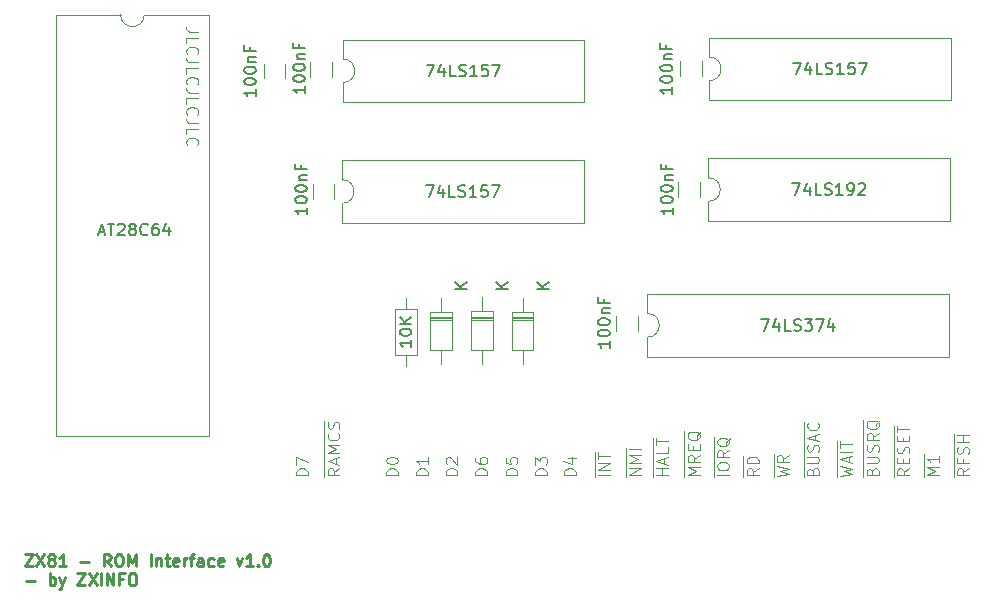
<source format=gbr>
%TF.GenerationSoftware,KiCad,Pcbnew,8.0.2*%
%TF.CreationDate,2024-05-20T10:37:38+02:00*%
%TF.ProjectId,zx81-external-rom-with-display,7a783831-2d65-4787-9465-726e616c2d72,rev?*%
%TF.SameCoordinates,Original*%
%TF.FileFunction,Legend,Top*%
%TF.FilePolarity,Positive*%
%FSLAX46Y46*%
G04 Gerber Fmt 4.6, Leading zero omitted, Abs format (unit mm)*
G04 Created by KiCad (PCBNEW 8.0.2) date 2024-05-20 10:37:38*
%MOMM*%
%LPD*%
G01*
G04 APERTURE LIST*
%ADD10C,0.100000*%
%ADD11C,0.250000*%
%ADD12C,0.150000*%
%ADD13C,0.120000*%
G04 APERTURE END LIST*
D10*
X95077580Y-75229598D02*
X94363295Y-75229598D01*
X94363295Y-75229598D02*
X94220438Y-75181979D01*
X94220438Y-75181979D02*
X94125200Y-75086741D01*
X94125200Y-75086741D02*
X94077580Y-74943884D01*
X94077580Y-74943884D02*
X94077580Y-74848646D01*
X94077580Y-76181979D02*
X94077580Y-75705789D01*
X94077580Y-75705789D02*
X95077580Y-75705789D01*
X94172819Y-77086741D02*
X94125200Y-77039122D01*
X94125200Y-77039122D02*
X94077580Y-76896265D01*
X94077580Y-76896265D02*
X94077580Y-76801027D01*
X94077580Y-76801027D02*
X94125200Y-76658170D01*
X94125200Y-76658170D02*
X94220438Y-76562932D01*
X94220438Y-76562932D02*
X94315676Y-76515313D01*
X94315676Y-76515313D02*
X94506152Y-76467694D01*
X94506152Y-76467694D02*
X94649009Y-76467694D01*
X94649009Y-76467694D02*
X94839485Y-76515313D01*
X94839485Y-76515313D02*
X94934723Y-76562932D01*
X94934723Y-76562932D02*
X95029961Y-76658170D01*
X95029961Y-76658170D02*
X95077580Y-76801027D01*
X95077580Y-76801027D02*
X95077580Y-76896265D01*
X95077580Y-76896265D02*
X95029961Y-77039122D01*
X95029961Y-77039122D02*
X94982342Y-77086741D01*
X95077580Y-77801027D02*
X94363295Y-77801027D01*
X94363295Y-77801027D02*
X94220438Y-77753408D01*
X94220438Y-77753408D02*
X94125200Y-77658170D01*
X94125200Y-77658170D02*
X94077580Y-77515313D01*
X94077580Y-77515313D02*
X94077580Y-77420075D01*
X94077580Y-78753408D02*
X94077580Y-78277218D01*
X94077580Y-78277218D02*
X95077580Y-78277218D01*
X94172819Y-79658170D02*
X94125200Y-79610551D01*
X94125200Y-79610551D02*
X94077580Y-79467694D01*
X94077580Y-79467694D02*
X94077580Y-79372456D01*
X94077580Y-79372456D02*
X94125200Y-79229599D01*
X94125200Y-79229599D02*
X94220438Y-79134361D01*
X94220438Y-79134361D02*
X94315676Y-79086742D01*
X94315676Y-79086742D02*
X94506152Y-79039123D01*
X94506152Y-79039123D02*
X94649009Y-79039123D01*
X94649009Y-79039123D02*
X94839485Y-79086742D01*
X94839485Y-79086742D02*
X94934723Y-79134361D01*
X94934723Y-79134361D02*
X95029961Y-79229599D01*
X95029961Y-79229599D02*
X95077580Y-79372456D01*
X95077580Y-79372456D02*
X95077580Y-79467694D01*
X95077580Y-79467694D02*
X95029961Y-79610551D01*
X95029961Y-79610551D02*
X94982342Y-79658170D01*
X95077580Y-80372456D02*
X94363295Y-80372456D01*
X94363295Y-80372456D02*
X94220438Y-80324837D01*
X94220438Y-80324837D02*
X94125200Y-80229599D01*
X94125200Y-80229599D02*
X94077580Y-80086742D01*
X94077580Y-80086742D02*
X94077580Y-79991504D01*
X94077580Y-81324837D02*
X94077580Y-80848647D01*
X94077580Y-80848647D02*
X95077580Y-80848647D01*
X94172819Y-82229599D02*
X94125200Y-82181980D01*
X94125200Y-82181980D02*
X94077580Y-82039123D01*
X94077580Y-82039123D02*
X94077580Y-81943885D01*
X94077580Y-81943885D02*
X94125200Y-81801028D01*
X94125200Y-81801028D02*
X94220438Y-81705790D01*
X94220438Y-81705790D02*
X94315676Y-81658171D01*
X94315676Y-81658171D02*
X94506152Y-81610552D01*
X94506152Y-81610552D02*
X94649009Y-81610552D01*
X94649009Y-81610552D02*
X94839485Y-81658171D01*
X94839485Y-81658171D02*
X94934723Y-81705790D01*
X94934723Y-81705790D02*
X95029961Y-81801028D01*
X95029961Y-81801028D02*
X95077580Y-81943885D01*
X95077580Y-81943885D02*
X95077580Y-82039123D01*
X95077580Y-82039123D02*
X95029961Y-82181980D01*
X95029961Y-82181980D02*
X94982342Y-82229599D01*
X95077580Y-82943885D02*
X94363295Y-82943885D01*
X94363295Y-82943885D02*
X94220438Y-82896266D01*
X94220438Y-82896266D02*
X94125200Y-82801028D01*
X94125200Y-82801028D02*
X94077580Y-82658171D01*
X94077580Y-82658171D02*
X94077580Y-82562933D01*
X94077580Y-83896266D02*
X94077580Y-83420076D01*
X94077580Y-83420076D02*
X95077580Y-83420076D01*
X94172819Y-84801028D02*
X94125200Y-84753409D01*
X94125200Y-84753409D02*
X94077580Y-84610552D01*
X94077580Y-84610552D02*
X94077580Y-84515314D01*
X94077580Y-84515314D02*
X94125200Y-84372457D01*
X94125200Y-84372457D02*
X94220438Y-84277219D01*
X94220438Y-84277219D02*
X94315676Y-84229600D01*
X94315676Y-84229600D02*
X94506152Y-84181981D01*
X94506152Y-84181981D02*
X94649009Y-84181981D01*
X94649009Y-84181981D02*
X94839485Y-84229600D01*
X94839485Y-84229600D02*
X94934723Y-84277219D01*
X94934723Y-84277219D02*
X95029961Y-84372457D01*
X95029961Y-84372457D02*
X95077580Y-84515314D01*
X95077580Y-84515314D02*
X95077580Y-84610552D01*
X95077580Y-84610552D02*
X95029961Y-84753409D01*
X95029961Y-84753409D02*
X94982342Y-84801028D01*
D11*
X80427330Y-119454675D02*
X81093996Y-119454675D01*
X81093996Y-119454675D02*
X80427330Y-120454675D01*
X80427330Y-120454675D02*
X81093996Y-120454675D01*
X81379711Y-119454675D02*
X82046377Y-120454675D01*
X82046377Y-119454675D02*
X81379711Y-120454675D01*
X82570187Y-119883246D02*
X82474949Y-119835627D01*
X82474949Y-119835627D02*
X82427330Y-119788008D01*
X82427330Y-119788008D02*
X82379711Y-119692770D01*
X82379711Y-119692770D02*
X82379711Y-119645151D01*
X82379711Y-119645151D02*
X82427330Y-119549913D01*
X82427330Y-119549913D02*
X82474949Y-119502294D01*
X82474949Y-119502294D02*
X82570187Y-119454675D01*
X82570187Y-119454675D02*
X82760663Y-119454675D01*
X82760663Y-119454675D02*
X82855901Y-119502294D01*
X82855901Y-119502294D02*
X82903520Y-119549913D01*
X82903520Y-119549913D02*
X82951139Y-119645151D01*
X82951139Y-119645151D02*
X82951139Y-119692770D01*
X82951139Y-119692770D02*
X82903520Y-119788008D01*
X82903520Y-119788008D02*
X82855901Y-119835627D01*
X82855901Y-119835627D02*
X82760663Y-119883246D01*
X82760663Y-119883246D02*
X82570187Y-119883246D01*
X82570187Y-119883246D02*
X82474949Y-119930865D01*
X82474949Y-119930865D02*
X82427330Y-119978484D01*
X82427330Y-119978484D02*
X82379711Y-120073722D01*
X82379711Y-120073722D02*
X82379711Y-120264198D01*
X82379711Y-120264198D02*
X82427330Y-120359436D01*
X82427330Y-120359436D02*
X82474949Y-120407056D01*
X82474949Y-120407056D02*
X82570187Y-120454675D01*
X82570187Y-120454675D02*
X82760663Y-120454675D01*
X82760663Y-120454675D02*
X82855901Y-120407056D01*
X82855901Y-120407056D02*
X82903520Y-120359436D01*
X82903520Y-120359436D02*
X82951139Y-120264198D01*
X82951139Y-120264198D02*
X82951139Y-120073722D01*
X82951139Y-120073722D02*
X82903520Y-119978484D01*
X82903520Y-119978484D02*
X82855901Y-119930865D01*
X82855901Y-119930865D02*
X82760663Y-119883246D01*
X83903520Y-120454675D02*
X83332092Y-120454675D01*
X83617806Y-120454675D02*
X83617806Y-119454675D01*
X83617806Y-119454675D02*
X83522568Y-119597532D01*
X83522568Y-119597532D02*
X83427330Y-119692770D01*
X83427330Y-119692770D02*
X83332092Y-119740389D01*
X85093997Y-120073722D02*
X85855902Y-120073722D01*
X87665425Y-120454675D02*
X87332092Y-119978484D01*
X87093997Y-120454675D02*
X87093997Y-119454675D01*
X87093997Y-119454675D02*
X87474949Y-119454675D01*
X87474949Y-119454675D02*
X87570187Y-119502294D01*
X87570187Y-119502294D02*
X87617806Y-119549913D01*
X87617806Y-119549913D02*
X87665425Y-119645151D01*
X87665425Y-119645151D02*
X87665425Y-119788008D01*
X87665425Y-119788008D02*
X87617806Y-119883246D01*
X87617806Y-119883246D02*
X87570187Y-119930865D01*
X87570187Y-119930865D02*
X87474949Y-119978484D01*
X87474949Y-119978484D02*
X87093997Y-119978484D01*
X88284473Y-119454675D02*
X88474949Y-119454675D01*
X88474949Y-119454675D02*
X88570187Y-119502294D01*
X88570187Y-119502294D02*
X88665425Y-119597532D01*
X88665425Y-119597532D02*
X88713044Y-119788008D01*
X88713044Y-119788008D02*
X88713044Y-120121341D01*
X88713044Y-120121341D02*
X88665425Y-120311817D01*
X88665425Y-120311817D02*
X88570187Y-120407056D01*
X88570187Y-120407056D02*
X88474949Y-120454675D01*
X88474949Y-120454675D02*
X88284473Y-120454675D01*
X88284473Y-120454675D02*
X88189235Y-120407056D01*
X88189235Y-120407056D02*
X88093997Y-120311817D01*
X88093997Y-120311817D02*
X88046378Y-120121341D01*
X88046378Y-120121341D02*
X88046378Y-119788008D01*
X88046378Y-119788008D02*
X88093997Y-119597532D01*
X88093997Y-119597532D02*
X88189235Y-119502294D01*
X88189235Y-119502294D02*
X88284473Y-119454675D01*
X89141616Y-120454675D02*
X89141616Y-119454675D01*
X89141616Y-119454675D02*
X89474949Y-120168960D01*
X89474949Y-120168960D02*
X89808282Y-119454675D01*
X89808282Y-119454675D02*
X89808282Y-120454675D01*
X91046378Y-120454675D02*
X91046378Y-119454675D01*
X91522568Y-119788008D02*
X91522568Y-120454675D01*
X91522568Y-119883246D02*
X91570187Y-119835627D01*
X91570187Y-119835627D02*
X91665425Y-119788008D01*
X91665425Y-119788008D02*
X91808282Y-119788008D01*
X91808282Y-119788008D02*
X91903520Y-119835627D01*
X91903520Y-119835627D02*
X91951139Y-119930865D01*
X91951139Y-119930865D02*
X91951139Y-120454675D01*
X92284473Y-119788008D02*
X92665425Y-119788008D01*
X92427330Y-119454675D02*
X92427330Y-120311817D01*
X92427330Y-120311817D02*
X92474949Y-120407056D01*
X92474949Y-120407056D02*
X92570187Y-120454675D01*
X92570187Y-120454675D02*
X92665425Y-120454675D01*
X93379711Y-120407056D02*
X93284473Y-120454675D01*
X93284473Y-120454675D02*
X93093997Y-120454675D01*
X93093997Y-120454675D02*
X92998759Y-120407056D01*
X92998759Y-120407056D02*
X92951140Y-120311817D01*
X92951140Y-120311817D02*
X92951140Y-119930865D01*
X92951140Y-119930865D02*
X92998759Y-119835627D01*
X92998759Y-119835627D02*
X93093997Y-119788008D01*
X93093997Y-119788008D02*
X93284473Y-119788008D01*
X93284473Y-119788008D02*
X93379711Y-119835627D01*
X93379711Y-119835627D02*
X93427330Y-119930865D01*
X93427330Y-119930865D02*
X93427330Y-120026103D01*
X93427330Y-120026103D02*
X92951140Y-120121341D01*
X93855902Y-120454675D02*
X93855902Y-119788008D01*
X93855902Y-119978484D02*
X93903521Y-119883246D01*
X93903521Y-119883246D02*
X93951140Y-119835627D01*
X93951140Y-119835627D02*
X94046378Y-119788008D01*
X94046378Y-119788008D02*
X94141616Y-119788008D01*
X94332093Y-119788008D02*
X94713045Y-119788008D01*
X94474950Y-120454675D02*
X94474950Y-119597532D01*
X94474950Y-119597532D02*
X94522569Y-119502294D01*
X94522569Y-119502294D02*
X94617807Y-119454675D01*
X94617807Y-119454675D02*
X94713045Y-119454675D01*
X95474950Y-120454675D02*
X95474950Y-119930865D01*
X95474950Y-119930865D02*
X95427331Y-119835627D01*
X95427331Y-119835627D02*
X95332093Y-119788008D01*
X95332093Y-119788008D02*
X95141617Y-119788008D01*
X95141617Y-119788008D02*
X95046379Y-119835627D01*
X95474950Y-120407056D02*
X95379712Y-120454675D01*
X95379712Y-120454675D02*
X95141617Y-120454675D01*
X95141617Y-120454675D02*
X95046379Y-120407056D01*
X95046379Y-120407056D02*
X94998760Y-120311817D01*
X94998760Y-120311817D02*
X94998760Y-120216579D01*
X94998760Y-120216579D02*
X95046379Y-120121341D01*
X95046379Y-120121341D02*
X95141617Y-120073722D01*
X95141617Y-120073722D02*
X95379712Y-120073722D01*
X95379712Y-120073722D02*
X95474950Y-120026103D01*
X96379712Y-120407056D02*
X96284474Y-120454675D01*
X96284474Y-120454675D02*
X96093998Y-120454675D01*
X96093998Y-120454675D02*
X95998760Y-120407056D01*
X95998760Y-120407056D02*
X95951141Y-120359436D01*
X95951141Y-120359436D02*
X95903522Y-120264198D01*
X95903522Y-120264198D02*
X95903522Y-119978484D01*
X95903522Y-119978484D02*
X95951141Y-119883246D01*
X95951141Y-119883246D02*
X95998760Y-119835627D01*
X95998760Y-119835627D02*
X96093998Y-119788008D01*
X96093998Y-119788008D02*
X96284474Y-119788008D01*
X96284474Y-119788008D02*
X96379712Y-119835627D01*
X97189236Y-120407056D02*
X97093998Y-120454675D01*
X97093998Y-120454675D02*
X96903522Y-120454675D01*
X96903522Y-120454675D02*
X96808284Y-120407056D01*
X96808284Y-120407056D02*
X96760665Y-120311817D01*
X96760665Y-120311817D02*
X96760665Y-119930865D01*
X96760665Y-119930865D02*
X96808284Y-119835627D01*
X96808284Y-119835627D02*
X96903522Y-119788008D01*
X96903522Y-119788008D02*
X97093998Y-119788008D01*
X97093998Y-119788008D02*
X97189236Y-119835627D01*
X97189236Y-119835627D02*
X97236855Y-119930865D01*
X97236855Y-119930865D02*
X97236855Y-120026103D01*
X97236855Y-120026103D02*
X96760665Y-120121341D01*
X98332094Y-119788008D02*
X98570189Y-120454675D01*
X98570189Y-120454675D02*
X98808284Y-119788008D01*
X99713046Y-120454675D02*
X99141618Y-120454675D01*
X99427332Y-120454675D02*
X99427332Y-119454675D01*
X99427332Y-119454675D02*
X99332094Y-119597532D01*
X99332094Y-119597532D02*
X99236856Y-119692770D01*
X99236856Y-119692770D02*
X99141618Y-119740389D01*
X100141618Y-120359436D02*
X100189237Y-120407056D01*
X100189237Y-120407056D02*
X100141618Y-120454675D01*
X100141618Y-120454675D02*
X100093999Y-120407056D01*
X100093999Y-120407056D02*
X100141618Y-120359436D01*
X100141618Y-120359436D02*
X100141618Y-120454675D01*
X100808284Y-119454675D02*
X100903522Y-119454675D01*
X100903522Y-119454675D02*
X100998760Y-119502294D01*
X100998760Y-119502294D02*
X101046379Y-119549913D01*
X101046379Y-119549913D02*
X101093998Y-119645151D01*
X101093998Y-119645151D02*
X101141617Y-119835627D01*
X101141617Y-119835627D02*
X101141617Y-120073722D01*
X101141617Y-120073722D02*
X101093998Y-120264198D01*
X101093998Y-120264198D02*
X101046379Y-120359436D01*
X101046379Y-120359436D02*
X100998760Y-120407056D01*
X100998760Y-120407056D02*
X100903522Y-120454675D01*
X100903522Y-120454675D02*
X100808284Y-120454675D01*
X100808284Y-120454675D02*
X100713046Y-120407056D01*
X100713046Y-120407056D02*
X100665427Y-120359436D01*
X100665427Y-120359436D02*
X100617808Y-120264198D01*
X100617808Y-120264198D02*
X100570189Y-120073722D01*
X100570189Y-120073722D02*
X100570189Y-119835627D01*
X100570189Y-119835627D02*
X100617808Y-119645151D01*
X100617808Y-119645151D02*
X100665427Y-119549913D01*
X100665427Y-119549913D02*
X100713046Y-119502294D01*
X100713046Y-119502294D02*
X100808284Y-119454675D01*
X80522568Y-121683666D02*
X81284473Y-121683666D01*
X82522568Y-122064619D02*
X82522568Y-121064619D01*
X82522568Y-121445571D02*
X82617806Y-121397952D01*
X82617806Y-121397952D02*
X82808282Y-121397952D01*
X82808282Y-121397952D02*
X82903520Y-121445571D01*
X82903520Y-121445571D02*
X82951139Y-121493190D01*
X82951139Y-121493190D02*
X82998758Y-121588428D01*
X82998758Y-121588428D02*
X82998758Y-121874142D01*
X82998758Y-121874142D02*
X82951139Y-121969380D01*
X82951139Y-121969380D02*
X82903520Y-122017000D01*
X82903520Y-122017000D02*
X82808282Y-122064619D01*
X82808282Y-122064619D02*
X82617806Y-122064619D01*
X82617806Y-122064619D02*
X82522568Y-122017000D01*
X83332092Y-121397952D02*
X83570187Y-122064619D01*
X83808282Y-121397952D02*
X83570187Y-122064619D01*
X83570187Y-122064619D02*
X83474949Y-122302714D01*
X83474949Y-122302714D02*
X83427330Y-122350333D01*
X83427330Y-122350333D02*
X83332092Y-122397952D01*
X84855902Y-121064619D02*
X85522568Y-121064619D01*
X85522568Y-121064619D02*
X84855902Y-122064619D01*
X84855902Y-122064619D02*
X85522568Y-122064619D01*
X85808283Y-121064619D02*
X86474949Y-122064619D01*
X86474949Y-121064619D02*
X85808283Y-122064619D01*
X86855902Y-122064619D02*
X86855902Y-121064619D01*
X87332092Y-122064619D02*
X87332092Y-121064619D01*
X87332092Y-121064619D02*
X87903520Y-122064619D01*
X87903520Y-122064619D02*
X87903520Y-121064619D01*
X88713044Y-121540809D02*
X88379711Y-121540809D01*
X88379711Y-122064619D02*
X88379711Y-121064619D01*
X88379711Y-121064619D02*
X88855901Y-121064619D01*
X89427330Y-121064619D02*
X89617806Y-121064619D01*
X89617806Y-121064619D02*
X89713044Y-121112238D01*
X89713044Y-121112238D02*
X89808282Y-121207476D01*
X89808282Y-121207476D02*
X89855901Y-121397952D01*
X89855901Y-121397952D02*
X89855901Y-121731285D01*
X89855901Y-121731285D02*
X89808282Y-121921761D01*
X89808282Y-121921761D02*
X89713044Y-122017000D01*
X89713044Y-122017000D02*
X89617806Y-122064619D01*
X89617806Y-122064619D02*
X89427330Y-122064619D01*
X89427330Y-122064619D02*
X89332092Y-122017000D01*
X89332092Y-122017000D02*
X89236854Y-121921761D01*
X89236854Y-121921761D02*
X89189235Y-121731285D01*
X89189235Y-121731285D02*
X89189235Y-121397952D01*
X89189235Y-121397952D02*
X89236854Y-121207476D01*
X89236854Y-121207476D02*
X89332092Y-121112238D01*
X89332092Y-121112238D02*
X89427330Y-121064619D01*
D12*
X129924819Y-101387619D02*
X129924819Y-101959047D01*
X129924819Y-101673333D02*
X128924819Y-101673333D01*
X128924819Y-101673333D02*
X129067676Y-101768571D01*
X129067676Y-101768571D02*
X129162914Y-101863809D01*
X129162914Y-101863809D02*
X129210533Y-101959047D01*
X128924819Y-100768571D02*
X128924819Y-100673333D01*
X128924819Y-100673333D02*
X128972438Y-100578095D01*
X128972438Y-100578095D02*
X129020057Y-100530476D01*
X129020057Y-100530476D02*
X129115295Y-100482857D01*
X129115295Y-100482857D02*
X129305771Y-100435238D01*
X129305771Y-100435238D02*
X129543866Y-100435238D01*
X129543866Y-100435238D02*
X129734342Y-100482857D01*
X129734342Y-100482857D02*
X129829580Y-100530476D01*
X129829580Y-100530476D02*
X129877200Y-100578095D01*
X129877200Y-100578095D02*
X129924819Y-100673333D01*
X129924819Y-100673333D02*
X129924819Y-100768571D01*
X129924819Y-100768571D02*
X129877200Y-100863809D01*
X129877200Y-100863809D02*
X129829580Y-100911428D01*
X129829580Y-100911428D02*
X129734342Y-100959047D01*
X129734342Y-100959047D02*
X129543866Y-101006666D01*
X129543866Y-101006666D02*
X129305771Y-101006666D01*
X129305771Y-101006666D02*
X129115295Y-100959047D01*
X129115295Y-100959047D02*
X129020057Y-100911428D01*
X129020057Y-100911428D02*
X128972438Y-100863809D01*
X128972438Y-100863809D02*
X128924819Y-100768571D01*
X128924819Y-99816190D02*
X128924819Y-99720952D01*
X128924819Y-99720952D02*
X128972438Y-99625714D01*
X128972438Y-99625714D02*
X129020057Y-99578095D01*
X129020057Y-99578095D02*
X129115295Y-99530476D01*
X129115295Y-99530476D02*
X129305771Y-99482857D01*
X129305771Y-99482857D02*
X129543866Y-99482857D01*
X129543866Y-99482857D02*
X129734342Y-99530476D01*
X129734342Y-99530476D02*
X129829580Y-99578095D01*
X129829580Y-99578095D02*
X129877200Y-99625714D01*
X129877200Y-99625714D02*
X129924819Y-99720952D01*
X129924819Y-99720952D02*
X129924819Y-99816190D01*
X129924819Y-99816190D02*
X129877200Y-99911428D01*
X129877200Y-99911428D02*
X129829580Y-99959047D01*
X129829580Y-99959047D02*
X129734342Y-100006666D01*
X129734342Y-100006666D02*
X129543866Y-100054285D01*
X129543866Y-100054285D02*
X129305771Y-100054285D01*
X129305771Y-100054285D02*
X129115295Y-100006666D01*
X129115295Y-100006666D02*
X129020057Y-99959047D01*
X129020057Y-99959047D02*
X128972438Y-99911428D01*
X128972438Y-99911428D02*
X128924819Y-99816190D01*
X129258152Y-99054285D02*
X129924819Y-99054285D01*
X129353390Y-99054285D02*
X129305771Y-99006666D01*
X129305771Y-99006666D02*
X129258152Y-98911428D01*
X129258152Y-98911428D02*
X129258152Y-98768571D01*
X129258152Y-98768571D02*
X129305771Y-98673333D01*
X129305771Y-98673333D02*
X129401009Y-98625714D01*
X129401009Y-98625714D02*
X129924819Y-98625714D01*
X129401009Y-97816190D02*
X129401009Y-98149523D01*
X129924819Y-98149523D02*
X128924819Y-98149523D01*
X128924819Y-98149523D02*
X128924819Y-97673333D01*
X135249819Y-90097619D02*
X135249819Y-90669047D01*
X135249819Y-90383333D02*
X134249819Y-90383333D01*
X134249819Y-90383333D02*
X134392676Y-90478571D01*
X134392676Y-90478571D02*
X134487914Y-90573809D01*
X134487914Y-90573809D02*
X134535533Y-90669047D01*
X134249819Y-89478571D02*
X134249819Y-89383333D01*
X134249819Y-89383333D02*
X134297438Y-89288095D01*
X134297438Y-89288095D02*
X134345057Y-89240476D01*
X134345057Y-89240476D02*
X134440295Y-89192857D01*
X134440295Y-89192857D02*
X134630771Y-89145238D01*
X134630771Y-89145238D02*
X134868866Y-89145238D01*
X134868866Y-89145238D02*
X135059342Y-89192857D01*
X135059342Y-89192857D02*
X135154580Y-89240476D01*
X135154580Y-89240476D02*
X135202200Y-89288095D01*
X135202200Y-89288095D02*
X135249819Y-89383333D01*
X135249819Y-89383333D02*
X135249819Y-89478571D01*
X135249819Y-89478571D02*
X135202200Y-89573809D01*
X135202200Y-89573809D02*
X135154580Y-89621428D01*
X135154580Y-89621428D02*
X135059342Y-89669047D01*
X135059342Y-89669047D02*
X134868866Y-89716666D01*
X134868866Y-89716666D02*
X134630771Y-89716666D01*
X134630771Y-89716666D02*
X134440295Y-89669047D01*
X134440295Y-89669047D02*
X134345057Y-89621428D01*
X134345057Y-89621428D02*
X134297438Y-89573809D01*
X134297438Y-89573809D02*
X134249819Y-89478571D01*
X134249819Y-88526190D02*
X134249819Y-88430952D01*
X134249819Y-88430952D02*
X134297438Y-88335714D01*
X134297438Y-88335714D02*
X134345057Y-88288095D01*
X134345057Y-88288095D02*
X134440295Y-88240476D01*
X134440295Y-88240476D02*
X134630771Y-88192857D01*
X134630771Y-88192857D02*
X134868866Y-88192857D01*
X134868866Y-88192857D02*
X135059342Y-88240476D01*
X135059342Y-88240476D02*
X135154580Y-88288095D01*
X135154580Y-88288095D02*
X135202200Y-88335714D01*
X135202200Y-88335714D02*
X135249819Y-88430952D01*
X135249819Y-88430952D02*
X135249819Y-88526190D01*
X135249819Y-88526190D02*
X135202200Y-88621428D01*
X135202200Y-88621428D02*
X135154580Y-88669047D01*
X135154580Y-88669047D02*
X135059342Y-88716666D01*
X135059342Y-88716666D02*
X134868866Y-88764285D01*
X134868866Y-88764285D02*
X134630771Y-88764285D01*
X134630771Y-88764285D02*
X134440295Y-88716666D01*
X134440295Y-88716666D02*
X134345057Y-88669047D01*
X134345057Y-88669047D02*
X134297438Y-88621428D01*
X134297438Y-88621428D02*
X134249819Y-88526190D01*
X134583152Y-87764285D02*
X135249819Y-87764285D01*
X134678390Y-87764285D02*
X134630771Y-87716666D01*
X134630771Y-87716666D02*
X134583152Y-87621428D01*
X134583152Y-87621428D02*
X134583152Y-87478571D01*
X134583152Y-87478571D02*
X134630771Y-87383333D01*
X134630771Y-87383333D02*
X134726009Y-87335714D01*
X134726009Y-87335714D02*
X135249819Y-87335714D01*
X134726009Y-86526190D02*
X134726009Y-86859523D01*
X135249819Y-86859523D02*
X134249819Y-86859523D01*
X134249819Y-86859523D02*
X134249819Y-86383333D01*
X135214819Y-79887619D02*
X135214819Y-80459047D01*
X135214819Y-80173333D02*
X134214819Y-80173333D01*
X134214819Y-80173333D02*
X134357676Y-80268571D01*
X134357676Y-80268571D02*
X134452914Y-80363809D01*
X134452914Y-80363809D02*
X134500533Y-80459047D01*
X134214819Y-79268571D02*
X134214819Y-79173333D01*
X134214819Y-79173333D02*
X134262438Y-79078095D01*
X134262438Y-79078095D02*
X134310057Y-79030476D01*
X134310057Y-79030476D02*
X134405295Y-78982857D01*
X134405295Y-78982857D02*
X134595771Y-78935238D01*
X134595771Y-78935238D02*
X134833866Y-78935238D01*
X134833866Y-78935238D02*
X135024342Y-78982857D01*
X135024342Y-78982857D02*
X135119580Y-79030476D01*
X135119580Y-79030476D02*
X135167200Y-79078095D01*
X135167200Y-79078095D02*
X135214819Y-79173333D01*
X135214819Y-79173333D02*
X135214819Y-79268571D01*
X135214819Y-79268571D02*
X135167200Y-79363809D01*
X135167200Y-79363809D02*
X135119580Y-79411428D01*
X135119580Y-79411428D02*
X135024342Y-79459047D01*
X135024342Y-79459047D02*
X134833866Y-79506666D01*
X134833866Y-79506666D02*
X134595771Y-79506666D01*
X134595771Y-79506666D02*
X134405295Y-79459047D01*
X134405295Y-79459047D02*
X134310057Y-79411428D01*
X134310057Y-79411428D02*
X134262438Y-79363809D01*
X134262438Y-79363809D02*
X134214819Y-79268571D01*
X134214819Y-78316190D02*
X134214819Y-78220952D01*
X134214819Y-78220952D02*
X134262438Y-78125714D01*
X134262438Y-78125714D02*
X134310057Y-78078095D01*
X134310057Y-78078095D02*
X134405295Y-78030476D01*
X134405295Y-78030476D02*
X134595771Y-77982857D01*
X134595771Y-77982857D02*
X134833866Y-77982857D01*
X134833866Y-77982857D02*
X135024342Y-78030476D01*
X135024342Y-78030476D02*
X135119580Y-78078095D01*
X135119580Y-78078095D02*
X135167200Y-78125714D01*
X135167200Y-78125714D02*
X135214819Y-78220952D01*
X135214819Y-78220952D02*
X135214819Y-78316190D01*
X135214819Y-78316190D02*
X135167200Y-78411428D01*
X135167200Y-78411428D02*
X135119580Y-78459047D01*
X135119580Y-78459047D02*
X135024342Y-78506666D01*
X135024342Y-78506666D02*
X134833866Y-78554285D01*
X134833866Y-78554285D02*
X134595771Y-78554285D01*
X134595771Y-78554285D02*
X134405295Y-78506666D01*
X134405295Y-78506666D02*
X134310057Y-78459047D01*
X134310057Y-78459047D02*
X134262438Y-78411428D01*
X134262438Y-78411428D02*
X134214819Y-78316190D01*
X134548152Y-77554285D02*
X135214819Y-77554285D01*
X134643390Y-77554285D02*
X134595771Y-77506666D01*
X134595771Y-77506666D02*
X134548152Y-77411428D01*
X134548152Y-77411428D02*
X134548152Y-77268571D01*
X134548152Y-77268571D02*
X134595771Y-77173333D01*
X134595771Y-77173333D02*
X134691009Y-77125714D01*
X134691009Y-77125714D02*
X135214819Y-77125714D01*
X134691009Y-76316190D02*
X134691009Y-76649523D01*
X135214819Y-76649523D02*
X134214819Y-76649523D01*
X134214819Y-76649523D02*
X134214819Y-76173333D01*
X145435952Y-77814819D02*
X146102618Y-77814819D01*
X146102618Y-77814819D02*
X145674047Y-78814819D01*
X146912142Y-78148152D02*
X146912142Y-78814819D01*
X146674047Y-77767200D02*
X146435952Y-78481485D01*
X146435952Y-78481485D02*
X147054999Y-78481485D01*
X147912142Y-78814819D02*
X147435952Y-78814819D01*
X147435952Y-78814819D02*
X147435952Y-77814819D01*
X148197857Y-78767200D02*
X148340714Y-78814819D01*
X148340714Y-78814819D02*
X148578809Y-78814819D01*
X148578809Y-78814819D02*
X148674047Y-78767200D01*
X148674047Y-78767200D02*
X148721666Y-78719580D01*
X148721666Y-78719580D02*
X148769285Y-78624342D01*
X148769285Y-78624342D02*
X148769285Y-78529104D01*
X148769285Y-78529104D02*
X148721666Y-78433866D01*
X148721666Y-78433866D02*
X148674047Y-78386247D01*
X148674047Y-78386247D02*
X148578809Y-78338628D01*
X148578809Y-78338628D02*
X148388333Y-78291009D01*
X148388333Y-78291009D02*
X148293095Y-78243390D01*
X148293095Y-78243390D02*
X148245476Y-78195771D01*
X148245476Y-78195771D02*
X148197857Y-78100533D01*
X148197857Y-78100533D02*
X148197857Y-78005295D01*
X148197857Y-78005295D02*
X148245476Y-77910057D01*
X148245476Y-77910057D02*
X148293095Y-77862438D01*
X148293095Y-77862438D02*
X148388333Y-77814819D01*
X148388333Y-77814819D02*
X148626428Y-77814819D01*
X148626428Y-77814819D02*
X148769285Y-77862438D01*
X149721666Y-78814819D02*
X149150238Y-78814819D01*
X149435952Y-78814819D02*
X149435952Y-77814819D01*
X149435952Y-77814819D02*
X149340714Y-77957676D01*
X149340714Y-77957676D02*
X149245476Y-78052914D01*
X149245476Y-78052914D02*
X149150238Y-78100533D01*
X150626428Y-77814819D02*
X150150238Y-77814819D01*
X150150238Y-77814819D02*
X150102619Y-78291009D01*
X150102619Y-78291009D02*
X150150238Y-78243390D01*
X150150238Y-78243390D02*
X150245476Y-78195771D01*
X150245476Y-78195771D02*
X150483571Y-78195771D01*
X150483571Y-78195771D02*
X150578809Y-78243390D01*
X150578809Y-78243390D02*
X150626428Y-78291009D01*
X150626428Y-78291009D02*
X150674047Y-78386247D01*
X150674047Y-78386247D02*
X150674047Y-78624342D01*
X150674047Y-78624342D02*
X150626428Y-78719580D01*
X150626428Y-78719580D02*
X150578809Y-78767200D01*
X150578809Y-78767200D02*
X150483571Y-78814819D01*
X150483571Y-78814819D02*
X150245476Y-78814819D01*
X150245476Y-78814819D02*
X150150238Y-78767200D01*
X150150238Y-78767200D02*
X150102619Y-78719580D01*
X151007381Y-77814819D02*
X151674047Y-77814819D01*
X151674047Y-77814819D02*
X151245476Y-78814819D01*
X86656190Y-92159104D02*
X87132380Y-92159104D01*
X86560952Y-92444819D02*
X86894285Y-91444819D01*
X86894285Y-91444819D02*
X87227618Y-92444819D01*
X87418095Y-91444819D02*
X87989523Y-91444819D01*
X87703809Y-92444819D02*
X87703809Y-91444819D01*
X88275238Y-91540057D02*
X88322857Y-91492438D01*
X88322857Y-91492438D02*
X88418095Y-91444819D01*
X88418095Y-91444819D02*
X88656190Y-91444819D01*
X88656190Y-91444819D02*
X88751428Y-91492438D01*
X88751428Y-91492438D02*
X88799047Y-91540057D01*
X88799047Y-91540057D02*
X88846666Y-91635295D01*
X88846666Y-91635295D02*
X88846666Y-91730533D01*
X88846666Y-91730533D02*
X88799047Y-91873390D01*
X88799047Y-91873390D02*
X88227619Y-92444819D01*
X88227619Y-92444819D02*
X88846666Y-92444819D01*
X89418095Y-91873390D02*
X89322857Y-91825771D01*
X89322857Y-91825771D02*
X89275238Y-91778152D01*
X89275238Y-91778152D02*
X89227619Y-91682914D01*
X89227619Y-91682914D02*
X89227619Y-91635295D01*
X89227619Y-91635295D02*
X89275238Y-91540057D01*
X89275238Y-91540057D02*
X89322857Y-91492438D01*
X89322857Y-91492438D02*
X89418095Y-91444819D01*
X89418095Y-91444819D02*
X89608571Y-91444819D01*
X89608571Y-91444819D02*
X89703809Y-91492438D01*
X89703809Y-91492438D02*
X89751428Y-91540057D01*
X89751428Y-91540057D02*
X89799047Y-91635295D01*
X89799047Y-91635295D02*
X89799047Y-91682914D01*
X89799047Y-91682914D02*
X89751428Y-91778152D01*
X89751428Y-91778152D02*
X89703809Y-91825771D01*
X89703809Y-91825771D02*
X89608571Y-91873390D01*
X89608571Y-91873390D02*
X89418095Y-91873390D01*
X89418095Y-91873390D02*
X89322857Y-91921009D01*
X89322857Y-91921009D02*
X89275238Y-91968628D01*
X89275238Y-91968628D02*
X89227619Y-92063866D01*
X89227619Y-92063866D02*
X89227619Y-92254342D01*
X89227619Y-92254342D02*
X89275238Y-92349580D01*
X89275238Y-92349580D02*
X89322857Y-92397200D01*
X89322857Y-92397200D02*
X89418095Y-92444819D01*
X89418095Y-92444819D02*
X89608571Y-92444819D01*
X89608571Y-92444819D02*
X89703809Y-92397200D01*
X89703809Y-92397200D02*
X89751428Y-92349580D01*
X89751428Y-92349580D02*
X89799047Y-92254342D01*
X89799047Y-92254342D02*
X89799047Y-92063866D01*
X89799047Y-92063866D02*
X89751428Y-91968628D01*
X89751428Y-91968628D02*
X89703809Y-91921009D01*
X89703809Y-91921009D02*
X89608571Y-91873390D01*
X90799047Y-92349580D02*
X90751428Y-92397200D01*
X90751428Y-92397200D02*
X90608571Y-92444819D01*
X90608571Y-92444819D02*
X90513333Y-92444819D01*
X90513333Y-92444819D02*
X90370476Y-92397200D01*
X90370476Y-92397200D02*
X90275238Y-92301961D01*
X90275238Y-92301961D02*
X90227619Y-92206723D01*
X90227619Y-92206723D02*
X90180000Y-92016247D01*
X90180000Y-92016247D02*
X90180000Y-91873390D01*
X90180000Y-91873390D02*
X90227619Y-91682914D01*
X90227619Y-91682914D02*
X90275238Y-91587676D01*
X90275238Y-91587676D02*
X90370476Y-91492438D01*
X90370476Y-91492438D02*
X90513333Y-91444819D01*
X90513333Y-91444819D02*
X90608571Y-91444819D01*
X90608571Y-91444819D02*
X90751428Y-91492438D01*
X90751428Y-91492438D02*
X90799047Y-91540057D01*
X91656190Y-91444819D02*
X91465714Y-91444819D01*
X91465714Y-91444819D02*
X91370476Y-91492438D01*
X91370476Y-91492438D02*
X91322857Y-91540057D01*
X91322857Y-91540057D02*
X91227619Y-91682914D01*
X91227619Y-91682914D02*
X91180000Y-91873390D01*
X91180000Y-91873390D02*
X91180000Y-92254342D01*
X91180000Y-92254342D02*
X91227619Y-92349580D01*
X91227619Y-92349580D02*
X91275238Y-92397200D01*
X91275238Y-92397200D02*
X91370476Y-92444819D01*
X91370476Y-92444819D02*
X91560952Y-92444819D01*
X91560952Y-92444819D02*
X91656190Y-92397200D01*
X91656190Y-92397200D02*
X91703809Y-92349580D01*
X91703809Y-92349580D02*
X91751428Y-92254342D01*
X91751428Y-92254342D02*
X91751428Y-92016247D01*
X91751428Y-92016247D02*
X91703809Y-91921009D01*
X91703809Y-91921009D02*
X91656190Y-91873390D01*
X91656190Y-91873390D02*
X91560952Y-91825771D01*
X91560952Y-91825771D02*
X91370476Y-91825771D01*
X91370476Y-91825771D02*
X91275238Y-91873390D01*
X91275238Y-91873390D02*
X91227619Y-91921009D01*
X91227619Y-91921009D02*
X91180000Y-92016247D01*
X92608571Y-91778152D02*
X92608571Y-92444819D01*
X92370476Y-91397200D02*
X92132381Y-92111485D01*
X92132381Y-92111485D02*
X92751428Y-92111485D01*
X145370952Y-88034819D02*
X146037618Y-88034819D01*
X146037618Y-88034819D02*
X145609047Y-89034819D01*
X146847142Y-88368152D02*
X146847142Y-89034819D01*
X146609047Y-87987200D02*
X146370952Y-88701485D01*
X146370952Y-88701485D02*
X146989999Y-88701485D01*
X147847142Y-89034819D02*
X147370952Y-89034819D01*
X147370952Y-89034819D02*
X147370952Y-88034819D01*
X148132857Y-88987200D02*
X148275714Y-89034819D01*
X148275714Y-89034819D02*
X148513809Y-89034819D01*
X148513809Y-89034819D02*
X148609047Y-88987200D01*
X148609047Y-88987200D02*
X148656666Y-88939580D01*
X148656666Y-88939580D02*
X148704285Y-88844342D01*
X148704285Y-88844342D02*
X148704285Y-88749104D01*
X148704285Y-88749104D02*
X148656666Y-88653866D01*
X148656666Y-88653866D02*
X148609047Y-88606247D01*
X148609047Y-88606247D02*
X148513809Y-88558628D01*
X148513809Y-88558628D02*
X148323333Y-88511009D01*
X148323333Y-88511009D02*
X148228095Y-88463390D01*
X148228095Y-88463390D02*
X148180476Y-88415771D01*
X148180476Y-88415771D02*
X148132857Y-88320533D01*
X148132857Y-88320533D02*
X148132857Y-88225295D01*
X148132857Y-88225295D02*
X148180476Y-88130057D01*
X148180476Y-88130057D02*
X148228095Y-88082438D01*
X148228095Y-88082438D02*
X148323333Y-88034819D01*
X148323333Y-88034819D02*
X148561428Y-88034819D01*
X148561428Y-88034819D02*
X148704285Y-88082438D01*
X149656666Y-89034819D02*
X149085238Y-89034819D01*
X149370952Y-89034819D02*
X149370952Y-88034819D01*
X149370952Y-88034819D02*
X149275714Y-88177676D01*
X149275714Y-88177676D02*
X149180476Y-88272914D01*
X149180476Y-88272914D02*
X149085238Y-88320533D01*
X150132857Y-89034819D02*
X150323333Y-89034819D01*
X150323333Y-89034819D02*
X150418571Y-88987200D01*
X150418571Y-88987200D02*
X150466190Y-88939580D01*
X150466190Y-88939580D02*
X150561428Y-88796723D01*
X150561428Y-88796723D02*
X150609047Y-88606247D01*
X150609047Y-88606247D02*
X150609047Y-88225295D01*
X150609047Y-88225295D02*
X150561428Y-88130057D01*
X150561428Y-88130057D02*
X150513809Y-88082438D01*
X150513809Y-88082438D02*
X150418571Y-88034819D01*
X150418571Y-88034819D02*
X150228095Y-88034819D01*
X150228095Y-88034819D02*
X150132857Y-88082438D01*
X150132857Y-88082438D02*
X150085238Y-88130057D01*
X150085238Y-88130057D02*
X150037619Y-88225295D01*
X150037619Y-88225295D02*
X150037619Y-88463390D01*
X150037619Y-88463390D02*
X150085238Y-88558628D01*
X150085238Y-88558628D02*
X150132857Y-88606247D01*
X150132857Y-88606247D02*
X150228095Y-88653866D01*
X150228095Y-88653866D02*
X150418571Y-88653866D01*
X150418571Y-88653866D02*
X150513809Y-88606247D01*
X150513809Y-88606247D02*
X150561428Y-88558628D01*
X150561428Y-88558628D02*
X150609047Y-88463390D01*
X150990000Y-88130057D02*
X151037619Y-88082438D01*
X151037619Y-88082438D02*
X151132857Y-88034819D01*
X151132857Y-88034819D02*
X151370952Y-88034819D01*
X151370952Y-88034819D02*
X151466190Y-88082438D01*
X151466190Y-88082438D02*
X151513809Y-88130057D01*
X151513809Y-88130057D02*
X151561428Y-88225295D01*
X151561428Y-88225295D02*
X151561428Y-88320533D01*
X151561428Y-88320533D02*
X151513809Y-88463390D01*
X151513809Y-88463390D02*
X150942381Y-89034819D01*
X150942381Y-89034819D02*
X151561428Y-89034819D01*
X104284819Y-90097619D02*
X104284819Y-90669047D01*
X104284819Y-90383333D02*
X103284819Y-90383333D01*
X103284819Y-90383333D02*
X103427676Y-90478571D01*
X103427676Y-90478571D02*
X103522914Y-90573809D01*
X103522914Y-90573809D02*
X103570533Y-90669047D01*
X103284819Y-89478571D02*
X103284819Y-89383333D01*
X103284819Y-89383333D02*
X103332438Y-89288095D01*
X103332438Y-89288095D02*
X103380057Y-89240476D01*
X103380057Y-89240476D02*
X103475295Y-89192857D01*
X103475295Y-89192857D02*
X103665771Y-89145238D01*
X103665771Y-89145238D02*
X103903866Y-89145238D01*
X103903866Y-89145238D02*
X104094342Y-89192857D01*
X104094342Y-89192857D02*
X104189580Y-89240476D01*
X104189580Y-89240476D02*
X104237200Y-89288095D01*
X104237200Y-89288095D02*
X104284819Y-89383333D01*
X104284819Y-89383333D02*
X104284819Y-89478571D01*
X104284819Y-89478571D02*
X104237200Y-89573809D01*
X104237200Y-89573809D02*
X104189580Y-89621428D01*
X104189580Y-89621428D02*
X104094342Y-89669047D01*
X104094342Y-89669047D02*
X103903866Y-89716666D01*
X103903866Y-89716666D02*
X103665771Y-89716666D01*
X103665771Y-89716666D02*
X103475295Y-89669047D01*
X103475295Y-89669047D02*
X103380057Y-89621428D01*
X103380057Y-89621428D02*
X103332438Y-89573809D01*
X103332438Y-89573809D02*
X103284819Y-89478571D01*
X103284819Y-88526190D02*
X103284819Y-88430952D01*
X103284819Y-88430952D02*
X103332438Y-88335714D01*
X103332438Y-88335714D02*
X103380057Y-88288095D01*
X103380057Y-88288095D02*
X103475295Y-88240476D01*
X103475295Y-88240476D02*
X103665771Y-88192857D01*
X103665771Y-88192857D02*
X103903866Y-88192857D01*
X103903866Y-88192857D02*
X104094342Y-88240476D01*
X104094342Y-88240476D02*
X104189580Y-88288095D01*
X104189580Y-88288095D02*
X104237200Y-88335714D01*
X104237200Y-88335714D02*
X104284819Y-88430952D01*
X104284819Y-88430952D02*
X104284819Y-88526190D01*
X104284819Y-88526190D02*
X104237200Y-88621428D01*
X104237200Y-88621428D02*
X104189580Y-88669047D01*
X104189580Y-88669047D02*
X104094342Y-88716666D01*
X104094342Y-88716666D02*
X103903866Y-88764285D01*
X103903866Y-88764285D02*
X103665771Y-88764285D01*
X103665771Y-88764285D02*
X103475295Y-88716666D01*
X103475295Y-88716666D02*
X103380057Y-88669047D01*
X103380057Y-88669047D02*
X103332438Y-88621428D01*
X103332438Y-88621428D02*
X103284819Y-88526190D01*
X103618152Y-87764285D02*
X104284819Y-87764285D01*
X103713390Y-87764285D02*
X103665771Y-87716666D01*
X103665771Y-87716666D02*
X103618152Y-87621428D01*
X103618152Y-87621428D02*
X103618152Y-87478571D01*
X103618152Y-87478571D02*
X103665771Y-87383333D01*
X103665771Y-87383333D02*
X103761009Y-87335714D01*
X103761009Y-87335714D02*
X104284819Y-87335714D01*
X103761009Y-86526190D02*
X103761009Y-86859523D01*
X104284819Y-86859523D02*
X103284819Y-86859523D01*
X103284819Y-86859523D02*
X103284819Y-86383333D01*
X142755952Y-99524819D02*
X143422618Y-99524819D01*
X143422618Y-99524819D02*
X142994047Y-100524819D01*
X144232142Y-99858152D02*
X144232142Y-100524819D01*
X143994047Y-99477200D02*
X143755952Y-100191485D01*
X143755952Y-100191485D02*
X144374999Y-100191485D01*
X145232142Y-100524819D02*
X144755952Y-100524819D01*
X144755952Y-100524819D02*
X144755952Y-99524819D01*
X145517857Y-100477200D02*
X145660714Y-100524819D01*
X145660714Y-100524819D02*
X145898809Y-100524819D01*
X145898809Y-100524819D02*
X145994047Y-100477200D01*
X145994047Y-100477200D02*
X146041666Y-100429580D01*
X146041666Y-100429580D02*
X146089285Y-100334342D01*
X146089285Y-100334342D02*
X146089285Y-100239104D01*
X146089285Y-100239104D02*
X146041666Y-100143866D01*
X146041666Y-100143866D02*
X145994047Y-100096247D01*
X145994047Y-100096247D02*
X145898809Y-100048628D01*
X145898809Y-100048628D02*
X145708333Y-100001009D01*
X145708333Y-100001009D02*
X145613095Y-99953390D01*
X145613095Y-99953390D02*
X145565476Y-99905771D01*
X145565476Y-99905771D02*
X145517857Y-99810533D01*
X145517857Y-99810533D02*
X145517857Y-99715295D01*
X145517857Y-99715295D02*
X145565476Y-99620057D01*
X145565476Y-99620057D02*
X145613095Y-99572438D01*
X145613095Y-99572438D02*
X145708333Y-99524819D01*
X145708333Y-99524819D02*
X145946428Y-99524819D01*
X145946428Y-99524819D02*
X146089285Y-99572438D01*
X146422619Y-99524819D02*
X147041666Y-99524819D01*
X147041666Y-99524819D02*
X146708333Y-99905771D01*
X146708333Y-99905771D02*
X146851190Y-99905771D01*
X146851190Y-99905771D02*
X146946428Y-99953390D01*
X146946428Y-99953390D02*
X146994047Y-100001009D01*
X146994047Y-100001009D02*
X147041666Y-100096247D01*
X147041666Y-100096247D02*
X147041666Y-100334342D01*
X147041666Y-100334342D02*
X146994047Y-100429580D01*
X146994047Y-100429580D02*
X146946428Y-100477200D01*
X146946428Y-100477200D02*
X146851190Y-100524819D01*
X146851190Y-100524819D02*
X146565476Y-100524819D01*
X146565476Y-100524819D02*
X146470238Y-100477200D01*
X146470238Y-100477200D02*
X146422619Y-100429580D01*
X147375000Y-99524819D02*
X148041666Y-99524819D01*
X148041666Y-99524819D02*
X147613095Y-100524819D01*
X148851190Y-99858152D02*
X148851190Y-100524819D01*
X148613095Y-99477200D02*
X148375000Y-100191485D01*
X148375000Y-100191485D02*
X148994047Y-100191485D01*
X113124819Y-101315476D02*
X113124819Y-101886904D01*
X113124819Y-101601190D02*
X112124819Y-101601190D01*
X112124819Y-101601190D02*
X112267676Y-101696428D01*
X112267676Y-101696428D02*
X112362914Y-101791666D01*
X112362914Y-101791666D02*
X112410533Y-101886904D01*
X112124819Y-100696428D02*
X112124819Y-100601190D01*
X112124819Y-100601190D02*
X112172438Y-100505952D01*
X112172438Y-100505952D02*
X112220057Y-100458333D01*
X112220057Y-100458333D02*
X112315295Y-100410714D01*
X112315295Y-100410714D02*
X112505771Y-100363095D01*
X112505771Y-100363095D02*
X112743866Y-100363095D01*
X112743866Y-100363095D02*
X112934342Y-100410714D01*
X112934342Y-100410714D02*
X113029580Y-100458333D01*
X113029580Y-100458333D02*
X113077200Y-100505952D01*
X113077200Y-100505952D02*
X113124819Y-100601190D01*
X113124819Y-100601190D02*
X113124819Y-100696428D01*
X113124819Y-100696428D02*
X113077200Y-100791666D01*
X113077200Y-100791666D02*
X113029580Y-100839285D01*
X113029580Y-100839285D02*
X112934342Y-100886904D01*
X112934342Y-100886904D02*
X112743866Y-100934523D01*
X112743866Y-100934523D02*
X112505771Y-100934523D01*
X112505771Y-100934523D02*
X112315295Y-100886904D01*
X112315295Y-100886904D02*
X112220057Y-100839285D01*
X112220057Y-100839285D02*
X112172438Y-100791666D01*
X112172438Y-100791666D02*
X112124819Y-100696428D01*
X113124819Y-99934523D02*
X112124819Y-99934523D01*
X113124819Y-99363095D02*
X112553390Y-99791666D01*
X112124819Y-99363095D02*
X112696247Y-99934523D01*
X104119819Y-79837619D02*
X104119819Y-80409047D01*
X104119819Y-80123333D02*
X103119819Y-80123333D01*
X103119819Y-80123333D02*
X103262676Y-80218571D01*
X103262676Y-80218571D02*
X103357914Y-80313809D01*
X103357914Y-80313809D02*
X103405533Y-80409047D01*
X103119819Y-79218571D02*
X103119819Y-79123333D01*
X103119819Y-79123333D02*
X103167438Y-79028095D01*
X103167438Y-79028095D02*
X103215057Y-78980476D01*
X103215057Y-78980476D02*
X103310295Y-78932857D01*
X103310295Y-78932857D02*
X103500771Y-78885238D01*
X103500771Y-78885238D02*
X103738866Y-78885238D01*
X103738866Y-78885238D02*
X103929342Y-78932857D01*
X103929342Y-78932857D02*
X104024580Y-78980476D01*
X104024580Y-78980476D02*
X104072200Y-79028095D01*
X104072200Y-79028095D02*
X104119819Y-79123333D01*
X104119819Y-79123333D02*
X104119819Y-79218571D01*
X104119819Y-79218571D02*
X104072200Y-79313809D01*
X104072200Y-79313809D02*
X104024580Y-79361428D01*
X104024580Y-79361428D02*
X103929342Y-79409047D01*
X103929342Y-79409047D02*
X103738866Y-79456666D01*
X103738866Y-79456666D02*
X103500771Y-79456666D01*
X103500771Y-79456666D02*
X103310295Y-79409047D01*
X103310295Y-79409047D02*
X103215057Y-79361428D01*
X103215057Y-79361428D02*
X103167438Y-79313809D01*
X103167438Y-79313809D02*
X103119819Y-79218571D01*
X103119819Y-78266190D02*
X103119819Y-78170952D01*
X103119819Y-78170952D02*
X103167438Y-78075714D01*
X103167438Y-78075714D02*
X103215057Y-78028095D01*
X103215057Y-78028095D02*
X103310295Y-77980476D01*
X103310295Y-77980476D02*
X103500771Y-77932857D01*
X103500771Y-77932857D02*
X103738866Y-77932857D01*
X103738866Y-77932857D02*
X103929342Y-77980476D01*
X103929342Y-77980476D02*
X104024580Y-78028095D01*
X104024580Y-78028095D02*
X104072200Y-78075714D01*
X104072200Y-78075714D02*
X104119819Y-78170952D01*
X104119819Y-78170952D02*
X104119819Y-78266190D01*
X104119819Y-78266190D02*
X104072200Y-78361428D01*
X104072200Y-78361428D02*
X104024580Y-78409047D01*
X104024580Y-78409047D02*
X103929342Y-78456666D01*
X103929342Y-78456666D02*
X103738866Y-78504285D01*
X103738866Y-78504285D02*
X103500771Y-78504285D01*
X103500771Y-78504285D02*
X103310295Y-78456666D01*
X103310295Y-78456666D02*
X103215057Y-78409047D01*
X103215057Y-78409047D02*
X103167438Y-78361428D01*
X103167438Y-78361428D02*
X103119819Y-78266190D01*
X103453152Y-77504285D02*
X104119819Y-77504285D01*
X103548390Y-77504285D02*
X103500771Y-77456666D01*
X103500771Y-77456666D02*
X103453152Y-77361428D01*
X103453152Y-77361428D02*
X103453152Y-77218571D01*
X103453152Y-77218571D02*
X103500771Y-77123333D01*
X103500771Y-77123333D02*
X103596009Y-77075714D01*
X103596009Y-77075714D02*
X104119819Y-77075714D01*
X103596009Y-76266190D02*
X103596009Y-76599523D01*
X104119819Y-76599523D02*
X103119819Y-76599523D01*
X103119819Y-76599523D02*
X103119819Y-76123333D01*
X117824819Y-96986904D02*
X116824819Y-96986904D01*
X117824819Y-96415476D02*
X117253390Y-96844047D01*
X116824819Y-96415476D02*
X117396247Y-96986904D01*
X121284819Y-96976904D02*
X120284819Y-96976904D01*
X121284819Y-96405476D02*
X120713390Y-96834047D01*
X120284819Y-96405476D02*
X120856247Y-96976904D01*
X124744819Y-96986904D02*
X123744819Y-96986904D01*
X124744819Y-96415476D02*
X124173390Y-96844047D01*
X123744819Y-96415476D02*
X124316247Y-96986904D01*
D10*
X117031473Y-112755163D02*
X116031473Y-112755163D01*
X116031473Y-112755163D02*
X116031473Y-112517068D01*
X116031473Y-112517068D02*
X116079092Y-112374211D01*
X116079092Y-112374211D02*
X116174330Y-112278973D01*
X116174330Y-112278973D02*
X116269568Y-112231354D01*
X116269568Y-112231354D02*
X116460044Y-112183735D01*
X116460044Y-112183735D02*
X116602901Y-112183735D01*
X116602901Y-112183735D02*
X116793377Y-112231354D01*
X116793377Y-112231354D02*
X116888615Y-112278973D01*
X116888615Y-112278973D02*
X116983854Y-112374211D01*
X116983854Y-112374211D02*
X117031473Y-112517068D01*
X117031473Y-112517068D02*
X117031473Y-112755163D01*
X116126711Y-111802782D02*
X116079092Y-111755163D01*
X116079092Y-111755163D02*
X116031473Y-111659925D01*
X116031473Y-111659925D02*
X116031473Y-111421830D01*
X116031473Y-111421830D02*
X116079092Y-111326592D01*
X116079092Y-111326592D02*
X116126711Y-111278973D01*
X116126711Y-111278973D02*
X116221949Y-111231354D01*
X116221949Y-111231354D02*
X116317187Y-111231354D01*
X116317187Y-111231354D02*
X116460044Y-111278973D01*
X116460044Y-111278973D02*
X117031473Y-111850401D01*
X117031473Y-111850401D02*
X117031473Y-111231354D01*
X114531473Y-112755163D02*
X113531473Y-112755163D01*
X113531473Y-112755163D02*
X113531473Y-112517068D01*
X113531473Y-112517068D02*
X113579092Y-112374211D01*
X113579092Y-112374211D02*
X113674330Y-112278973D01*
X113674330Y-112278973D02*
X113769568Y-112231354D01*
X113769568Y-112231354D02*
X113960044Y-112183735D01*
X113960044Y-112183735D02*
X114102901Y-112183735D01*
X114102901Y-112183735D02*
X114293377Y-112231354D01*
X114293377Y-112231354D02*
X114388615Y-112278973D01*
X114388615Y-112278973D02*
X114483854Y-112374211D01*
X114483854Y-112374211D02*
X114531473Y-112517068D01*
X114531473Y-112517068D02*
X114531473Y-112755163D01*
X114531473Y-111231354D02*
X114531473Y-111802782D01*
X114531473Y-111517068D02*
X113531473Y-111517068D01*
X113531473Y-111517068D02*
X113674330Y-111612306D01*
X113674330Y-111612306D02*
X113769568Y-111707544D01*
X113769568Y-111707544D02*
X113817187Y-111802782D01*
X134836091Y-112755163D02*
X133836091Y-112755163D01*
X134312281Y-112755163D02*
X134312281Y-112183735D01*
X134836091Y-112183735D02*
X133836091Y-112183735D01*
X134550376Y-111755163D02*
X134550376Y-111278973D01*
X134836091Y-111850401D02*
X133836091Y-111517068D01*
X133836091Y-111517068D02*
X134836091Y-111183735D01*
X134836091Y-110374211D02*
X134836091Y-110850401D01*
X134836091Y-110850401D02*
X133836091Y-110850401D01*
X133836091Y-110183734D02*
X133836091Y-109612306D01*
X134836091Y-109898020D02*
X133836091Y-109898020D01*
X133558472Y-112893259D02*
X133558472Y-109617068D01*
X119551843Y-112755163D02*
X118551843Y-112755163D01*
X118551843Y-112755163D02*
X118551843Y-112517068D01*
X118551843Y-112517068D02*
X118599462Y-112374211D01*
X118599462Y-112374211D02*
X118694700Y-112278973D01*
X118694700Y-112278973D02*
X118789938Y-112231354D01*
X118789938Y-112231354D02*
X118980414Y-112183735D01*
X118980414Y-112183735D02*
X119123271Y-112183735D01*
X119123271Y-112183735D02*
X119313747Y-112231354D01*
X119313747Y-112231354D02*
X119408985Y-112278973D01*
X119408985Y-112278973D02*
X119504224Y-112374211D01*
X119504224Y-112374211D02*
X119551843Y-112517068D01*
X119551843Y-112517068D02*
X119551843Y-112755163D01*
X118551843Y-111326592D02*
X118551843Y-111517068D01*
X118551843Y-111517068D02*
X118599462Y-111612306D01*
X118599462Y-111612306D02*
X118647081Y-111659925D01*
X118647081Y-111659925D02*
X118789938Y-111755163D01*
X118789938Y-111755163D02*
X118980414Y-111802782D01*
X118980414Y-111802782D02*
X119361366Y-111802782D01*
X119361366Y-111802782D02*
X119456604Y-111755163D01*
X119456604Y-111755163D02*
X119504224Y-111707544D01*
X119504224Y-111707544D02*
X119551843Y-111612306D01*
X119551843Y-111612306D02*
X119551843Y-111421830D01*
X119551843Y-111421830D02*
X119504224Y-111326592D01*
X119504224Y-111326592D02*
X119456604Y-111278973D01*
X119456604Y-111278973D02*
X119361366Y-111231354D01*
X119361366Y-111231354D02*
X119123271Y-111231354D01*
X119123271Y-111231354D02*
X119028033Y-111278973D01*
X119028033Y-111278973D02*
X118980414Y-111326592D01*
X118980414Y-111326592D02*
X118932795Y-111421830D01*
X118932795Y-111421830D02*
X118932795Y-111612306D01*
X118932795Y-111612306D02*
X118980414Y-111707544D01*
X118980414Y-111707544D02*
X119028033Y-111755163D01*
X119028033Y-111755163D02*
X119123271Y-111802782D01*
X142524365Y-112183735D02*
X142048174Y-112517068D01*
X142524365Y-112755163D02*
X141524365Y-112755163D01*
X141524365Y-112755163D02*
X141524365Y-112374211D01*
X141524365Y-112374211D02*
X141571984Y-112278973D01*
X141571984Y-112278973D02*
X141619603Y-112231354D01*
X141619603Y-112231354D02*
X141714841Y-112183735D01*
X141714841Y-112183735D02*
X141857698Y-112183735D01*
X141857698Y-112183735D02*
X141952936Y-112231354D01*
X141952936Y-112231354D02*
X142000555Y-112278973D01*
X142000555Y-112278973D02*
X142048174Y-112374211D01*
X142048174Y-112374211D02*
X142048174Y-112755163D01*
X142524365Y-111755163D02*
X141524365Y-111755163D01*
X141524365Y-111755163D02*
X141524365Y-111517068D01*
X141524365Y-111517068D02*
X141571984Y-111374211D01*
X141571984Y-111374211D02*
X141667222Y-111278973D01*
X141667222Y-111278973D02*
X141762460Y-111231354D01*
X141762460Y-111231354D02*
X141952936Y-111183735D01*
X141952936Y-111183735D02*
X142095793Y-111183735D01*
X142095793Y-111183735D02*
X142286269Y-111231354D01*
X142286269Y-111231354D02*
X142381507Y-111278973D01*
X142381507Y-111278973D02*
X142476746Y-111374211D01*
X142476746Y-111374211D02*
X142524365Y-111517068D01*
X142524365Y-111517068D02*
X142524365Y-111755163D01*
X141246746Y-112893259D02*
X141246746Y-111093259D01*
X149436091Y-112850401D02*
X150436091Y-112612306D01*
X150436091Y-112612306D02*
X149721805Y-112421830D01*
X149721805Y-112421830D02*
X150436091Y-112231354D01*
X150436091Y-112231354D02*
X149436091Y-111993259D01*
X150150376Y-111659925D02*
X150150376Y-111183735D01*
X150436091Y-111755163D02*
X149436091Y-111421830D01*
X149436091Y-111421830D02*
X150436091Y-111088497D01*
X150436091Y-110755163D02*
X149436091Y-110755163D01*
X149436091Y-110421830D02*
X149436091Y-109850402D01*
X150436091Y-110136116D02*
X149436091Y-110136116D01*
X149158472Y-112893259D02*
X149158472Y-109855164D01*
X127031473Y-112755163D02*
X126031473Y-112755163D01*
X126031473Y-112755163D02*
X126031473Y-112517068D01*
X126031473Y-112517068D02*
X126079092Y-112374211D01*
X126079092Y-112374211D02*
X126174330Y-112278973D01*
X126174330Y-112278973D02*
X126269568Y-112231354D01*
X126269568Y-112231354D02*
X126460044Y-112183735D01*
X126460044Y-112183735D02*
X126602901Y-112183735D01*
X126602901Y-112183735D02*
X126793377Y-112231354D01*
X126793377Y-112231354D02*
X126888615Y-112278973D01*
X126888615Y-112278973D02*
X126983854Y-112374211D01*
X126983854Y-112374211D02*
X127031473Y-112517068D01*
X127031473Y-112517068D02*
X127031473Y-112755163D01*
X126364806Y-111326592D02*
X127031473Y-111326592D01*
X125983854Y-111564687D02*
X126698139Y-111802782D01*
X126698139Y-111802782D02*
X126698139Y-111183735D01*
X157774365Y-112755163D02*
X156774365Y-112755163D01*
X156774365Y-112755163D02*
X157488650Y-112421830D01*
X157488650Y-112421830D02*
X156774365Y-112088497D01*
X156774365Y-112088497D02*
X157774365Y-112088497D01*
X157774365Y-111088497D02*
X157774365Y-111659925D01*
X157774365Y-111374211D02*
X156774365Y-111374211D01*
X156774365Y-111374211D02*
X156917222Y-111469449D01*
X156917222Y-111469449D02*
X157012460Y-111564687D01*
X157012460Y-111564687D02*
X157060079Y-111659925D01*
X156496746Y-112893259D02*
X156496746Y-110998021D01*
X155274365Y-112183735D02*
X154798174Y-112517068D01*
X155274365Y-112755163D02*
X154274365Y-112755163D01*
X154274365Y-112755163D02*
X154274365Y-112374211D01*
X154274365Y-112374211D02*
X154321984Y-112278973D01*
X154321984Y-112278973D02*
X154369603Y-112231354D01*
X154369603Y-112231354D02*
X154464841Y-112183735D01*
X154464841Y-112183735D02*
X154607698Y-112183735D01*
X154607698Y-112183735D02*
X154702936Y-112231354D01*
X154702936Y-112231354D02*
X154750555Y-112278973D01*
X154750555Y-112278973D02*
X154798174Y-112374211D01*
X154798174Y-112374211D02*
X154798174Y-112755163D01*
X154750555Y-111755163D02*
X154750555Y-111421830D01*
X155274365Y-111278973D02*
X155274365Y-111755163D01*
X155274365Y-111755163D02*
X154274365Y-111755163D01*
X154274365Y-111755163D02*
X154274365Y-111278973D01*
X155226746Y-110898020D02*
X155274365Y-110755163D01*
X155274365Y-110755163D02*
X155274365Y-110517068D01*
X155274365Y-110517068D02*
X155226746Y-110421830D01*
X155226746Y-110421830D02*
X155179126Y-110374211D01*
X155179126Y-110374211D02*
X155083888Y-110326592D01*
X155083888Y-110326592D02*
X154988650Y-110326592D01*
X154988650Y-110326592D02*
X154893412Y-110374211D01*
X154893412Y-110374211D02*
X154845793Y-110421830D01*
X154845793Y-110421830D02*
X154798174Y-110517068D01*
X154798174Y-110517068D02*
X154750555Y-110707544D01*
X154750555Y-110707544D02*
X154702936Y-110802782D01*
X154702936Y-110802782D02*
X154655317Y-110850401D01*
X154655317Y-110850401D02*
X154560079Y-110898020D01*
X154560079Y-110898020D02*
X154464841Y-110898020D01*
X154464841Y-110898020D02*
X154369603Y-110850401D01*
X154369603Y-110850401D02*
X154321984Y-110802782D01*
X154321984Y-110802782D02*
X154274365Y-110707544D01*
X154274365Y-110707544D02*
X154274365Y-110469449D01*
X154274365Y-110469449D02*
X154321984Y-110326592D01*
X154750555Y-109898020D02*
X154750555Y-109564687D01*
X155274365Y-109421830D02*
X155274365Y-109898020D01*
X155274365Y-109898020D02*
X154274365Y-109898020D01*
X154274365Y-109898020D02*
X154274365Y-109421830D01*
X154274365Y-109136115D02*
X154274365Y-108564687D01*
X155274365Y-108850401D02*
X154274365Y-108850401D01*
X153996746Y-112893259D02*
X153996746Y-108569449D01*
X140024365Y-112755163D02*
X139024365Y-112755163D01*
X139024365Y-112088497D02*
X139024365Y-111898021D01*
X139024365Y-111898021D02*
X139071984Y-111802783D01*
X139071984Y-111802783D02*
X139167222Y-111707545D01*
X139167222Y-111707545D02*
X139357698Y-111659926D01*
X139357698Y-111659926D02*
X139691031Y-111659926D01*
X139691031Y-111659926D02*
X139881507Y-111707545D01*
X139881507Y-111707545D02*
X139976746Y-111802783D01*
X139976746Y-111802783D02*
X140024365Y-111898021D01*
X140024365Y-111898021D02*
X140024365Y-112088497D01*
X140024365Y-112088497D02*
X139976746Y-112183735D01*
X139976746Y-112183735D02*
X139881507Y-112278973D01*
X139881507Y-112278973D02*
X139691031Y-112326592D01*
X139691031Y-112326592D02*
X139357698Y-112326592D01*
X139357698Y-112326592D02*
X139167222Y-112278973D01*
X139167222Y-112278973D02*
X139071984Y-112183735D01*
X139071984Y-112183735D02*
X139024365Y-112088497D01*
X140024365Y-110659926D02*
X139548174Y-110993259D01*
X140024365Y-111231354D02*
X139024365Y-111231354D01*
X139024365Y-111231354D02*
X139024365Y-110850402D01*
X139024365Y-110850402D02*
X139071984Y-110755164D01*
X139071984Y-110755164D02*
X139119603Y-110707545D01*
X139119603Y-110707545D02*
X139214841Y-110659926D01*
X139214841Y-110659926D02*
X139357698Y-110659926D01*
X139357698Y-110659926D02*
X139452936Y-110707545D01*
X139452936Y-110707545D02*
X139500555Y-110755164D01*
X139500555Y-110755164D02*
X139548174Y-110850402D01*
X139548174Y-110850402D02*
X139548174Y-111231354D01*
X140119603Y-109564688D02*
X140071984Y-109659926D01*
X140071984Y-109659926D02*
X139976746Y-109755164D01*
X139976746Y-109755164D02*
X139833888Y-109898021D01*
X139833888Y-109898021D02*
X139786269Y-109993259D01*
X139786269Y-109993259D02*
X139786269Y-110088497D01*
X140024365Y-110040878D02*
X139976746Y-110136116D01*
X139976746Y-110136116D02*
X139881507Y-110231354D01*
X139881507Y-110231354D02*
X139691031Y-110278973D01*
X139691031Y-110278973D02*
X139357698Y-110278973D01*
X139357698Y-110278973D02*
X139167222Y-110231354D01*
X139167222Y-110231354D02*
X139071984Y-110136116D01*
X139071984Y-110136116D02*
X139024365Y-110040878D01*
X139024365Y-110040878D02*
X139024365Y-109850402D01*
X139024365Y-109850402D02*
X139071984Y-109755164D01*
X139071984Y-109755164D02*
X139167222Y-109659926D01*
X139167222Y-109659926D02*
X139357698Y-109612307D01*
X139357698Y-109612307D02*
X139691031Y-109612307D01*
X139691031Y-109612307D02*
X139881507Y-109659926D01*
X139881507Y-109659926D02*
X139976746Y-109755164D01*
X139976746Y-109755164D02*
X140024365Y-109850402D01*
X140024365Y-109850402D02*
X140024365Y-110040878D01*
X138746746Y-112893259D02*
X138746746Y-109521831D01*
X129936091Y-112755163D02*
X128936091Y-112755163D01*
X129936091Y-112278973D02*
X128936091Y-112278973D01*
X128936091Y-112278973D02*
X129936091Y-111707545D01*
X129936091Y-111707545D02*
X128936091Y-111707545D01*
X128936091Y-111374211D02*
X128936091Y-110802783D01*
X129936091Y-111088497D02*
X128936091Y-111088497D01*
X128658472Y-112893259D02*
X128658472Y-110807545D01*
X152162281Y-112421830D02*
X152209900Y-112278973D01*
X152209900Y-112278973D02*
X152257519Y-112231354D01*
X152257519Y-112231354D02*
X152352757Y-112183735D01*
X152352757Y-112183735D02*
X152495614Y-112183735D01*
X152495614Y-112183735D02*
X152590852Y-112231354D01*
X152590852Y-112231354D02*
X152638472Y-112278973D01*
X152638472Y-112278973D02*
X152686091Y-112374211D01*
X152686091Y-112374211D02*
X152686091Y-112755163D01*
X152686091Y-112755163D02*
X151686091Y-112755163D01*
X151686091Y-112755163D02*
X151686091Y-112421830D01*
X151686091Y-112421830D02*
X151733710Y-112326592D01*
X151733710Y-112326592D02*
X151781329Y-112278973D01*
X151781329Y-112278973D02*
X151876567Y-112231354D01*
X151876567Y-112231354D02*
X151971805Y-112231354D01*
X151971805Y-112231354D02*
X152067043Y-112278973D01*
X152067043Y-112278973D02*
X152114662Y-112326592D01*
X152114662Y-112326592D02*
X152162281Y-112421830D01*
X152162281Y-112421830D02*
X152162281Y-112755163D01*
X151686091Y-111755163D02*
X152495614Y-111755163D01*
X152495614Y-111755163D02*
X152590852Y-111707544D01*
X152590852Y-111707544D02*
X152638472Y-111659925D01*
X152638472Y-111659925D02*
X152686091Y-111564687D01*
X152686091Y-111564687D02*
X152686091Y-111374211D01*
X152686091Y-111374211D02*
X152638472Y-111278973D01*
X152638472Y-111278973D02*
X152590852Y-111231354D01*
X152590852Y-111231354D02*
X152495614Y-111183735D01*
X152495614Y-111183735D02*
X151686091Y-111183735D01*
X152638472Y-110755163D02*
X152686091Y-110612306D01*
X152686091Y-110612306D02*
X152686091Y-110374211D01*
X152686091Y-110374211D02*
X152638472Y-110278973D01*
X152638472Y-110278973D02*
X152590852Y-110231354D01*
X152590852Y-110231354D02*
X152495614Y-110183735D01*
X152495614Y-110183735D02*
X152400376Y-110183735D01*
X152400376Y-110183735D02*
X152305138Y-110231354D01*
X152305138Y-110231354D02*
X152257519Y-110278973D01*
X152257519Y-110278973D02*
X152209900Y-110374211D01*
X152209900Y-110374211D02*
X152162281Y-110564687D01*
X152162281Y-110564687D02*
X152114662Y-110659925D01*
X152114662Y-110659925D02*
X152067043Y-110707544D01*
X152067043Y-110707544D02*
X151971805Y-110755163D01*
X151971805Y-110755163D02*
X151876567Y-110755163D01*
X151876567Y-110755163D02*
X151781329Y-110707544D01*
X151781329Y-110707544D02*
X151733710Y-110659925D01*
X151733710Y-110659925D02*
X151686091Y-110564687D01*
X151686091Y-110564687D02*
X151686091Y-110326592D01*
X151686091Y-110326592D02*
X151733710Y-110183735D01*
X152686091Y-109183735D02*
X152209900Y-109517068D01*
X152686091Y-109755163D02*
X151686091Y-109755163D01*
X151686091Y-109755163D02*
X151686091Y-109374211D01*
X151686091Y-109374211D02*
X151733710Y-109278973D01*
X151733710Y-109278973D02*
X151781329Y-109231354D01*
X151781329Y-109231354D02*
X151876567Y-109183735D01*
X151876567Y-109183735D02*
X152019424Y-109183735D01*
X152019424Y-109183735D02*
X152114662Y-109231354D01*
X152114662Y-109231354D02*
X152162281Y-109278973D01*
X152162281Y-109278973D02*
X152209900Y-109374211D01*
X152209900Y-109374211D02*
X152209900Y-109755163D01*
X152781329Y-108088497D02*
X152733710Y-108183735D01*
X152733710Y-108183735D02*
X152638472Y-108278973D01*
X152638472Y-108278973D02*
X152495614Y-108421830D01*
X152495614Y-108421830D02*
X152447995Y-108517068D01*
X152447995Y-108517068D02*
X152447995Y-108612306D01*
X152686091Y-108564687D02*
X152638472Y-108659925D01*
X152638472Y-108659925D02*
X152543233Y-108755163D01*
X152543233Y-108755163D02*
X152352757Y-108802782D01*
X152352757Y-108802782D02*
X152019424Y-108802782D01*
X152019424Y-108802782D02*
X151828948Y-108755163D01*
X151828948Y-108755163D02*
X151733710Y-108659925D01*
X151733710Y-108659925D02*
X151686091Y-108564687D01*
X151686091Y-108564687D02*
X151686091Y-108374211D01*
X151686091Y-108374211D02*
X151733710Y-108278973D01*
X151733710Y-108278973D02*
X151828948Y-108183735D01*
X151828948Y-108183735D02*
X152019424Y-108136116D01*
X152019424Y-108136116D02*
X152352757Y-108136116D01*
X152352757Y-108136116D02*
X152543233Y-108183735D01*
X152543233Y-108183735D02*
X152638472Y-108278973D01*
X152638472Y-108278973D02*
X152686091Y-108374211D01*
X152686091Y-108374211D02*
X152686091Y-108564687D01*
X151408472Y-112893259D02*
X151408472Y-108045640D01*
X137524365Y-112755163D02*
X136524365Y-112755163D01*
X136524365Y-112755163D02*
X137238650Y-112421830D01*
X137238650Y-112421830D02*
X136524365Y-112088497D01*
X136524365Y-112088497D02*
X137524365Y-112088497D01*
X137524365Y-111040878D02*
X137048174Y-111374211D01*
X137524365Y-111612306D02*
X136524365Y-111612306D01*
X136524365Y-111612306D02*
X136524365Y-111231354D01*
X136524365Y-111231354D02*
X136571984Y-111136116D01*
X136571984Y-111136116D02*
X136619603Y-111088497D01*
X136619603Y-111088497D02*
X136714841Y-111040878D01*
X136714841Y-111040878D02*
X136857698Y-111040878D01*
X136857698Y-111040878D02*
X136952936Y-111088497D01*
X136952936Y-111088497D02*
X137000555Y-111136116D01*
X137000555Y-111136116D02*
X137048174Y-111231354D01*
X137048174Y-111231354D02*
X137048174Y-111612306D01*
X137000555Y-110612306D02*
X137000555Y-110278973D01*
X137524365Y-110136116D02*
X137524365Y-110612306D01*
X137524365Y-110612306D02*
X136524365Y-110612306D01*
X136524365Y-110612306D02*
X136524365Y-110136116D01*
X137619603Y-109040878D02*
X137571984Y-109136116D01*
X137571984Y-109136116D02*
X137476746Y-109231354D01*
X137476746Y-109231354D02*
X137333888Y-109374211D01*
X137333888Y-109374211D02*
X137286269Y-109469449D01*
X137286269Y-109469449D02*
X137286269Y-109564687D01*
X137524365Y-109517068D02*
X137476746Y-109612306D01*
X137476746Y-109612306D02*
X137381507Y-109707544D01*
X137381507Y-109707544D02*
X137191031Y-109755163D01*
X137191031Y-109755163D02*
X136857698Y-109755163D01*
X136857698Y-109755163D02*
X136667222Y-109707544D01*
X136667222Y-109707544D02*
X136571984Y-109612306D01*
X136571984Y-109612306D02*
X136524365Y-109517068D01*
X136524365Y-109517068D02*
X136524365Y-109326592D01*
X136524365Y-109326592D02*
X136571984Y-109231354D01*
X136571984Y-109231354D02*
X136667222Y-109136116D01*
X136667222Y-109136116D02*
X136857698Y-109088497D01*
X136857698Y-109088497D02*
X137191031Y-109088497D01*
X137191031Y-109088497D02*
X137381507Y-109136116D01*
X137381507Y-109136116D02*
X137476746Y-109231354D01*
X137476746Y-109231354D02*
X137524365Y-109326592D01*
X137524365Y-109326592D02*
X137524365Y-109517068D01*
X136246746Y-112893259D02*
X136246746Y-108998021D01*
X132586091Y-112755163D02*
X131586091Y-112755163D01*
X131586091Y-112755163D02*
X132586091Y-112183735D01*
X132586091Y-112183735D02*
X131586091Y-112183735D01*
X132586091Y-111707544D02*
X131586091Y-111707544D01*
X131586091Y-111707544D02*
X132300376Y-111374211D01*
X132300376Y-111374211D02*
X131586091Y-111040878D01*
X131586091Y-111040878D02*
X132586091Y-111040878D01*
X132586091Y-110564687D02*
X131586091Y-110564687D01*
X131308472Y-112893259D02*
X131308472Y-110426593D01*
X124615423Y-112755163D02*
X123615423Y-112755163D01*
X123615423Y-112755163D02*
X123615423Y-112517068D01*
X123615423Y-112517068D02*
X123663042Y-112374211D01*
X123663042Y-112374211D02*
X123758280Y-112278973D01*
X123758280Y-112278973D02*
X123853518Y-112231354D01*
X123853518Y-112231354D02*
X124043994Y-112183735D01*
X124043994Y-112183735D02*
X124186851Y-112183735D01*
X124186851Y-112183735D02*
X124377327Y-112231354D01*
X124377327Y-112231354D02*
X124472565Y-112278973D01*
X124472565Y-112278973D02*
X124567804Y-112374211D01*
X124567804Y-112374211D02*
X124615423Y-112517068D01*
X124615423Y-112517068D02*
X124615423Y-112755163D01*
X123615423Y-111850401D02*
X123615423Y-111231354D01*
X123615423Y-111231354D02*
X123996375Y-111564687D01*
X123996375Y-111564687D02*
X123996375Y-111421830D01*
X123996375Y-111421830D02*
X124043994Y-111326592D01*
X124043994Y-111326592D02*
X124091613Y-111278973D01*
X124091613Y-111278973D02*
X124186851Y-111231354D01*
X124186851Y-111231354D02*
X124424946Y-111231354D01*
X124424946Y-111231354D02*
X124520184Y-111278973D01*
X124520184Y-111278973D02*
X124567804Y-111326592D01*
X124567804Y-111326592D02*
X124615423Y-111421830D01*
X124615423Y-111421830D02*
X124615423Y-111707544D01*
X124615423Y-111707544D02*
X124567804Y-111802782D01*
X124567804Y-111802782D02*
X124520184Y-111850401D01*
X147100555Y-112421830D02*
X147148174Y-112278973D01*
X147148174Y-112278973D02*
X147195793Y-112231354D01*
X147195793Y-112231354D02*
X147291031Y-112183735D01*
X147291031Y-112183735D02*
X147433888Y-112183735D01*
X147433888Y-112183735D02*
X147529126Y-112231354D01*
X147529126Y-112231354D02*
X147576746Y-112278973D01*
X147576746Y-112278973D02*
X147624365Y-112374211D01*
X147624365Y-112374211D02*
X147624365Y-112755163D01*
X147624365Y-112755163D02*
X146624365Y-112755163D01*
X146624365Y-112755163D02*
X146624365Y-112421830D01*
X146624365Y-112421830D02*
X146671984Y-112326592D01*
X146671984Y-112326592D02*
X146719603Y-112278973D01*
X146719603Y-112278973D02*
X146814841Y-112231354D01*
X146814841Y-112231354D02*
X146910079Y-112231354D01*
X146910079Y-112231354D02*
X147005317Y-112278973D01*
X147005317Y-112278973D02*
X147052936Y-112326592D01*
X147052936Y-112326592D02*
X147100555Y-112421830D01*
X147100555Y-112421830D02*
X147100555Y-112755163D01*
X146624365Y-111755163D02*
X147433888Y-111755163D01*
X147433888Y-111755163D02*
X147529126Y-111707544D01*
X147529126Y-111707544D02*
X147576746Y-111659925D01*
X147576746Y-111659925D02*
X147624365Y-111564687D01*
X147624365Y-111564687D02*
X147624365Y-111374211D01*
X147624365Y-111374211D02*
X147576746Y-111278973D01*
X147576746Y-111278973D02*
X147529126Y-111231354D01*
X147529126Y-111231354D02*
X147433888Y-111183735D01*
X147433888Y-111183735D02*
X146624365Y-111183735D01*
X147576746Y-110755163D02*
X147624365Y-110612306D01*
X147624365Y-110612306D02*
X147624365Y-110374211D01*
X147624365Y-110374211D02*
X147576746Y-110278973D01*
X147576746Y-110278973D02*
X147529126Y-110231354D01*
X147529126Y-110231354D02*
X147433888Y-110183735D01*
X147433888Y-110183735D02*
X147338650Y-110183735D01*
X147338650Y-110183735D02*
X147243412Y-110231354D01*
X147243412Y-110231354D02*
X147195793Y-110278973D01*
X147195793Y-110278973D02*
X147148174Y-110374211D01*
X147148174Y-110374211D02*
X147100555Y-110564687D01*
X147100555Y-110564687D02*
X147052936Y-110659925D01*
X147052936Y-110659925D02*
X147005317Y-110707544D01*
X147005317Y-110707544D02*
X146910079Y-110755163D01*
X146910079Y-110755163D02*
X146814841Y-110755163D01*
X146814841Y-110755163D02*
X146719603Y-110707544D01*
X146719603Y-110707544D02*
X146671984Y-110659925D01*
X146671984Y-110659925D02*
X146624365Y-110564687D01*
X146624365Y-110564687D02*
X146624365Y-110326592D01*
X146624365Y-110326592D02*
X146671984Y-110183735D01*
X147338650Y-109802782D02*
X147338650Y-109326592D01*
X147624365Y-109898020D02*
X146624365Y-109564687D01*
X146624365Y-109564687D02*
X147624365Y-109231354D01*
X147529126Y-108326592D02*
X147576746Y-108374211D01*
X147576746Y-108374211D02*
X147624365Y-108517068D01*
X147624365Y-108517068D02*
X147624365Y-108612306D01*
X147624365Y-108612306D02*
X147576746Y-108755163D01*
X147576746Y-108755163D02*
X147481507Y-108850401D01*
X147481507Y-108850401D02*
X147386269Y-108898020D01*
X147386269Y-108898020D02*
X147195793Y-108945639D01*
X147195793Y-108945639D02*
X147052936Y-108945639D01*
X147052936Y-108945639D02*
X146862460Y-108898020D01*
X146862460Y-108898020D02*
X146767222Y-108850401D01*
X146767222Y-108850401D02*
X146671984Y-108755163D01*
X146671984Y-108755163D02*
X146624365Y-108612306D01*
X146624365Y-108612306D02*
X146624365Y-108517068D01*
X146624365Y-108517068D02*
X146671984Y-108374211D01*
X146671984Y-108374211D02*
X146719603Y-108326592D01*
X146346746Y-112893259D02*
X146346746Y-108236116D01*
X111981473Y-112755163D02*
X110981473Y-112755163D01*
X110981473Y-112755163D02*
X110981473Y-112517068D01*
X110981473Y-112517068D02*
X111029092Y-112374211D01*
X111029092Y-112374211D02*
X111124330Y-112278973D01*
X111124330Y-112278973D02*
X111219568Y-112231354D01*
X111219568Y-112231354D02*
X111410044Y-112183735D01*
X111410044Y-112183735D02*
X111552901Y-112183735D01*
X111552901Y-112183735D02*
X111743377Y-112231354D01*
X111743377Y-112231354D02*
X111838615Y-112278973D01*
X111838615Y-112278973D02*
X111933854Y-112374211D01*
X111933854Y-112374211D02*
X111981473Y-112517068D01*
X111981473Y-112517068D02*
X111981473Y-112755163D01*
X110981473Y-111564687D02*
X110981473Y-111469449D01*
X110981473Y-111469449D02*
X111029092Y-111374211D01*
X111029092Y-111374211D02*
X111076711Y-111326592D01*
X111076711Y-111326592D02*
X111171949Y-111278973D01*
X111171949Y-111278973D02*
X111362425Y-111231354D01*
X111362425Y-111231354D02*
X111600520Y-111231354D01*
X111600520Y-111231354D02*
X111790996Y-111278973D01*
X111790996Y-111278973D02*
X111886234Y-111326592D01*
X111886234Y-111326592D02*
X111933854Y-111374211D01*
X111933854Y-111374211D02*
X111981473Y-111469449D01*
X111981473Y-111469449D02*
X111981473Y-111564687D01*
X111981473Y-111564687D02*
X111933854Y-111659925D01*
X111933854Y-111659925D02*
X111886234Y-111707544D01*
X111886234Y-111707544D02*
X111790996Y-111755163D01*
X111790996Y-111755163D02*
X111600520Y-111802782D01*
X111600520Y-111802782D02*
X111362425Y-111802782D01*
X111362425Y-111802782D02*
X111171949Y-111755163D01*
X111171949Y-111755163D02*
X111076711Y-111707544D01*
X111076711Y-111707544D02*
X111029092Y-111659925D01*
X111029092Y-111659925D02*
X110981473Y-111564687D01*
X160324365Y-112183735D02*
X159848174Y-112517068D01*
X160324365Y-112755163D02*
X159324365Y-112755163D01*
X159324365Y-112755163D02*
X159324365Y-112374211D01*
X159324365Y-112374211D02*
X159371984Y-112278973D01*
X159371984Y-112278973D02*
X159419603Y-112231354D01*
X159419603Y-112231354D02*
X159514841Y-112183735D01*
X159514841Y-112183735D02*
X159657698Y-112183735D01*
X159657698Y-112183735D02*
X159752936Y-112231354D01*
X159752936Y-112231354D02*
X159800555Y-112278973D01*
X159800555Y-112278973D02*
X159848174Y-112374211D01*
X159848174Y-112374211D02*
X159848174Y-112755163D01*
X159800555Y-111421830D02*
X159800555Y-111755163D01*
X160324365Y-111755163D02*
X159324365Y-111755163D01*
X159324365Y-111755163D02*
X159324365Y-111278973D01*
X160276746Y-110945639D02*
X160324365Y-110802782D01*
X160324365Y-110802782D02*
X160324365Y-110564687D01*
X160324365Y-110564687D02*
X160276746Y-110469449D01*
X160276746Y-110469449D02*
X160229126Y-110421830D01*
X160229126Y-110421830D02*
X160133888Y-110374211D01*
X160133888Y-110374211D02*
X160038650Y-110374211D01*
X160038650Y-110374211D02*
X159943412Y-110421830D01*
X159943412Y-110421830D02*
X159895793Y-110469449D01*
X159895793Y-110469449D02*
X159848174Y-110564687D01*
X159848174Y-110564687D02*
X159800555Y-110755163D01*
X159800555Y-110755163D02*
X159752936Y-110850401D01*
X159752936Y-110850401D02*
X159705317Y-110898020D01*
X159705317Y-110898020D02*
X159610079Y-110945639D01*
X159610079Y-110945639D02*
X159514841Y-110945639D01*
X159514841Y-110945639D02*
X159419603Y-110898020D01*
X159419603Y-110898020D02*
X159371984Y-110850401D01*
X159371984Y-110850401D02*
X159324365Y-110755163D01*
X159324365Y-110755163D02*
X159324365Y-110517068D01*
X159324365Y-110517068D02*
X159371984Y-110374211D01*
X160324365Y-109945639D02*
X159324365Y-109945639D01*
X159800555Y-109945639D02*
X159800555Y-109374211D01*
X160324365Y-109374211D02*
X159324365Y-109374211D01*
X159046746Y-112893259D02*
X159046746Y-109236116D01*
X104381473Y-112755163D02*
X103381473Y-112755163D01*
X103381473Y-112755163D02*
X103381473Y-112517068D01*
X103381473Y-112517068D02*
X103429092Y-112374211D01*
X103429092Y-112374211D02*
X103524330Y-112278973D01*
X103524330Y-112278973D02*
X103619568Y-112231354D01*
X103619568Y-112231354D02*
X103810044Y-112183735D01*
X103810044Y-112183735D02*
X103952901Y-112183735D01*
X103952901Y-112183735D02*
X104143377Y-112231354D01*
X104143377Y-112231354D02*
X104238615Y-112278973D01*
X104238615Y-112278973D02*
X104333854Y-112374211D01*
X104333854Y-112374211D02*
X104381473Y-112517068D01*
X104381473Y-112517068D02*
X104381473Y-112755163D01*
X103381473Y-111850401D02*
X103381473Y-111183735D01*
X103381473Y-111183735D02*
X104381473Y-111612306D01*
X122108633Y-112755163D02*
X121108633Y-112755163D01*
X121108633Y-112755163D02*
X121108633Y-112517068D01*
X121108633Y-112517068D02*
X121156252Y-112374211D01*
X121156252Y-112374211D02*
X121251490Y-112278973D01*
X121251490Y-112278973D02*
X121346728Y-112231354D01*
X121346728Y-112231354D02*
X121537204Y-112183735D01*
X121537204Y-112183735D02*
X121680061Y-112183735D01*
X121680061Y-112183735D02*
X121870537Y-112231354D01*
X121870537Y-112231354D02*
X121965775Y-112278973D01*
X121965775Y-112278973D02*
X122061014Y-112374211D01*
X122061014Y-112374211D02*
X122108633Y-112517068D01*
X122108633Y-112517068D02*
X122108633Y-112755163D01*
X121108633Y-111278973D02*
X121108633Y-111755163D01*
X121108633Y-111755163D02*
X121584823Y-111802782D01*
X121584823Y-111802782D02*
X121537204Y-111755163D01*
X121537204Y-111755163D02*
X121489585Y-111659925D01*
X121489585Y-111659925D02*
X121489585Y-111421830D01*
X121489585Y-111421830D02*
X121537204Y-111326592D01*
X121537204Y-111326592D02*
X121584823Y-111278973D01*
X121584823Y-111278973D02*
X121680061Y-111231354D01*
X121680061Y-111231354D02*
X121918156Y-111231354D01*
X121918156Y-111231354D02*
X122013394Y-111278973D01*
X122013394Y-111278973D02*
X122061014Y-111326592D01*
X122061014Y-111326592D02*
X122108633Y-111421830D01*
X122108633Y-111421830D02*
X122108633Y-111659925D01*
X122108633Y-111659925D02*
X122061014Y-111755163D01*
X122061014Y-111755163D02*
X122013394Y-111802782D01*
X144074365Y-112850401D02*
X145074365Y-112612306D01*
X145074365Y-112612306D02*
X144360079Y-112421830D01*
X144360079Y-112421830D02*
X145074365Y-112231354D01*
X145074365Y-112231354D02*
X144074365Y-111993259D01*
X145074365Y-111040878D02*
X144598174Y-111374211D01*
X145074365Y-111612306D02*
X144074365Y-111612306D01*
X144074365Y-111612306D02*
X144074365Y-111231354D01*
X144074365Y-111231354D02*
X144121984Y-111136116D01*
X144121984Y-111136116D02*
X144169603Y-111088497D01*
X144169603Y-111088497D02*
X144264841Y-111040878D01*
X144264841Y-111040878D02*
X144407698Y-111040878D01*
X144407698Y-111040878D02*
X144502936Y-111088497D01*
X144502936Y-111088497D02*
X144550555Y-111136116D01*
X144550555Y-111136116D02*
X144598174Y-111231354D01*
X144598174Y-111231354D02*
X144598174Y-111612306D01*
X143796746Y-112893259D02*
X143796746Y-110950402D01*
X107036091Y-112183735D02*
X106559900Y-112517068D01*
X107036091Y-112755163D02*
X106036091Y-112755163D01*
X106036091Y-112755163D02*
X106036091Y-112374211D01*
X106036091Y-112374211D02*
X106083710Y-112278973D01*
X106083710Y-112278973D02*
X106131329Y-112231354D01*
X106131329Y-112231354D02*
X106226567Y-112183735D01*
X106226567Y-112183735D02*
X106369424Y-112183735D01*
X106369424Y-112183735D02*
X106464662Y-112231354D01*
X106464662Y-112231354D02*
X106512281Y-112278973D01*
X106512281Y-112278973D02*
X106559900Y-112374211D01*
X106559900Y-112374211D02*
X106559900Y-112755163D01*
X106750376Y-111802782D02*
X106750376Y-111326592D01*
X107036091Y-111898020D02*
X106036091Y-111564687D01*
X106036091Y-111564687D02*
X107036091Y-111231354D01*
X107036091Y-110898020D02*
X106036091Y-110898020D01*
X106036091Y-110898020D02*
X106750376Y-110564687D01*
X106750376Y-110564687D02*
X106036091Y-110231354D01*
X106036091Y-110231354D02*
X107036091Y-110231354D01*
X106940852Y-109183735D02*
X106988472Y-109231354D01*
X106988472Y-109231354D02*
X107036091Y-109374211D01*
X107036091Y-109374211D02*
X107036091Y-109469449D01*
X107036091Y-109469449D02*
X106988472Y-109612306D01*
X106988472Y-109612306D02*
X106893233Y-109707544D01*
X106893233Y-109707544D02*
X106797995Y-109755163D01*
X106797995Y-109755163D02*
X106607519Y-109802782D01*
X106607519Y-109802782D02*
X106464662Y-109802782D01*
X106464662Y-109802782D02*
X106274186Y-109755163D01*
X106274186Y-109755163D02*
X106178948Y-109707544D01*
X106178948Y-109707544D02*
X106083710Y-109612306D01*
X106083710Y-109612306D02*
X106036091Y-109469449D01*
X106036091Y-109469449D02*
X106036091Y-109374211D01*
X106036091Y-109374211D02*
X106083710Y-109231354D01*
X106083710Y-109231354D02*
X106131329Y-109183735D01*
X106988472Y-108802782D02*
X107036091Y-108659925D01*
X107036091Y-108659925D02*
X107036091Y-108421830D01*
X107036091Y-108421830D02*
X106988472Y-108326592D01*
X106988472Y-108326592D02*
X106940852Y-108278973D01*
X106940852Y-108278973D02*
X106845614Y-108231354D01*
X106845614Y-108231354D02*
X106750376Y-108231354D01*
X106750376Y-108231354D02*
X106655138Y-108278973D01*
X106655138Y-108278973D02*
X106607519Y-108326592D01*
X106607519Y-108326592D02*
X106559900Y-108421830D01*
X106559900Y-108421830D02*
X106512281Y-108612306D01*
X106512281Y-108612306D02*
X106464662Y-108707544D01*
X106464662Y-108707544D02*
X106417043Y-108755163D01*
X106417043Y-108755163D02*
X106321805Y-108802782D01*
X106321805Y-108802782D02*
X106226567Y-108802782D01*
X106226567Y-108802782D02*
X106131329Y-108755163D01*
X106131329Y-108755163D02*
X106083710Y-108707544D01*
X106083710Y-108707544D02*
X106036091Y-108612306D01*
X106036091Y-108612306D02*
X106036091Y-108374211D01*
X106036091Y-108374211D02*
X106083710Y-108231354D01*
X105758472Y-112893259D02*
X105758472Y-108140878D01*
D12*
X114415952Y-77984819D02*
X115082618Y-77984819D01*
X115082618Y-77984819D02*
X114654047Y-78984819D01*
X115892142Y-78318152D02*
X115892142Y-78984819D01*
X115654047Y-77937200D02*
X115415952Y-78651485D01*
X115415952Y-78651485D02*
X116034999Y-78651485D01*
X116892142Y-78984819D02*
X116415952Y-78984819D01*
X116415952Y-78984819D02*
X116415952Y-77984819D01*
X117177857Y-78937200D02*
X117320714Y-78984819D01*
X117320714Y-78984819D02*
X117558809Y-78984819D01*
X117558809Y-78984819D02*
X117654047Y-78937200D01*
X117654047Y-78937200D02*
X117701666Y-78889580D01*
X117701666Y-78889580D02*
X117749285Y-78794342D01*
X117749285Y-78794342D02*
X117749285Y-78699104D01*
X117749285Y-78699104D02*
X117701666Y-78603866D01*
X117701666Y-78603866D02*
X117654047Y-78556247D01*
X117654047Y-78556247D02*
X117558809Y-78508628D01*
X117558809Y-78508628D02*
X117368333Y-78461009D01*
X117368333Y-78461009D02*
X117273095Y-78413390D01*
X117273095Y-78413390D02*
X117225476Y-78365771D01*
X117225476Y-78365771D02*
X117177857Y-78270533D01*
X117177857Y-78270533D02*
X117177857Y-78175295D01*
X117177857Y-78175295D02*
X117225476Y-78080057D01*
X117225476Y-78080057D02*
X117273095Y-78032438D01*
X117273095Y-78032438D02*
X117368333Y-77984819D01*
X117368333Y-77984819D02*
X117606428Y-77984819D01*
X117606428Y-77984819D02*
X117749285Y-78032438D01*
X118701666Y-78984819D02*
X118130238Y-78984819D01*
X118415952Y-78984819D02*
X118415952Y-77984819D01*
X118415952Y-77984819D02*
X118320714Y-78127676D01*
X118320714Y-78127676D02*
X118225476Y-78222914D01*
X118225476Y-78222914D02*
X118130238Y-78270533D01*
X119606428Y-77984819D02*
X119130238Y-77984819D01*
X119130238Y-77984819D02*
X119082619Y-78461009D01*
X119082619Y-78461009D02*
X119130238Y-78413390D01*
X119130238Y-78413390D02*
X119225476Y-78365771D01*
X119225476Y-78365771D02*
X119463571Y-78365771D01*
X119463571Y-78365771D02*
X119558809Y-78413390D01*
X119558809Y-78413390D02*
X119606428Y-78461009D01*
X119606428Y-78461009D02*
X119654047Y-78556247D01*
X119654047Y-78556247D02*
X119654047Y-78794342D01*
X119654047Y-78794342D02*
X119606428Y-78889580D01*
X119606428Y-78889580D02*
X119558809Y-78937200D01*
X119558809Y-78937200D02*
X119463571Y-78984819D01*
X119463571Y-78984819D02*
X119225476Y-78984819D01*
X119225476Y-78984819D02*
X119130238Y-78937200D01*
X119130238Y-78937200D02*
X119082619Y-78889580D01*
X119987381Y-77984819D02*
X120654047Y-77984819D01*
X120654047Y-77984819D02*
X120225476Y-78984819D01*
X99954819Y-80077619D02*
X99954819Y-80649047D01*
X99954819Y-80363333D02*
X98954819Y-80363333D01*
X98954819Y-80363333D02*
X99097676Y-80458571D01*
X99097676Y-80458571D02*
X99192914Y-80553809D01*
X99192914Y-80553809D02*
X99240533Y-80649047D01*
X98954819Y-79458571D02*
X98954819Y-79363333D01*
X98954819Y-79363333D02*
X99002438Y-79268095D01*
X99002438Y-79268095D02*
X99050057Y-79220476D01*
X99050057Y-79220476D02*
X99145295Y-79172857D01*
X99145295Y-79172857D02*
X99335771Y-79125238D01*
X99335771Y-79125238D02*
X99573866Y-79125238D01*
X99573866Y-79125238D02*
X99764342Y-79172857D01*
X99764342Y-79172857D02*
X99859580Y-79220476D01*
X99859580Y-79220476D02*
X99907200Y-79268095D01*
X99907200Y-79268095D02*
X99954819Y-79363333D01*
X99954819Y-79363333D02*
X99954819Y-79458571D01*
X99954819Y-79458571D02*
X99907200Y-79553809D01*
X99907200Y-79553809D02*
X99859580Y-79601428D01*
X99859580Y-79601428D02*
X99764342Y-79649047D01*
X99764342Y-79649047D02*
X99573866Y-79696666D01*
X99573866Y-79696666D02*
X99335771Y-79696666D01*
X99335771Y-79696666D02*
X99145295Y-79649047D01*
X99145295Y-79649047D02*
X99050057Y-79601428D01*
X99050057Y-79601428D02*
X99002438Y-79553809D01*
X99002438Y-79553809D02*
X98954819Y-79458571D01*
X98954819Y-78506190D02*
X98954819Y-78410952D01*
X98954819Y-78410952D02*
X99002438Y-78315714D01*
X99002438Y-78315714D02*
X99050057Y-78268095D01*
X99050057Y-78268095D02*
X99145295Y-78220476D01*
X99145295Y-78220476D02*
X99335771Y-78172857D01*
X99335771Y-78172857D02*
X99573866Y-78172857D01*
X99573866Y-78172857D02*
X99764342Y-78220476D01*
X99764342Y-78220476D02*
X99859580Y-78268095D01*
X99859580Y-78268095D02*
X99907200Y-78315714D01*
X99907200Y-78315714D02*
X99954819Y-78410952D01*
X99954819Y-78410952D02*
X99954819Y-78506190D01*
X99954819Y-78506190D02*
X99907200Y-78601428D01*
X99907200Y-78601428D02*
X99859580Y-78649047D01*
X99859580Y-78649047D02*
X99764342Y-78696666D01*
X99764342Y-78696666D02*
X99573866Y-78744285D01*
X99573866Y-78744285D02*
X99335771Y-78744285D01*
X99335771Y-78744285D02*
X99145295Y-78696666D01*
X99145295Y-78696666D02*
X99050057Y-78649047D01*
X99050057Y-78649047D02*
X99002438Y-78601428D01*
X99002438Y-78601428D02*
X98954819Y-78506190D01*
X99288152Y-77744285D02*
X99954819Y-77744285D01*
X99383390Y-77744285D02*
X99335771Y-77696666D01*
X99335771Y-77696666D02*
X99288152Y-77601428D01*
X99288152Y-77601428D02*
X99288152Y-77458571D01*
X99288152Y-77458571D02*
X99335771Y-77363333D01*
X99335771Y-77363333D02*
X99431009Y-77315714D01*
X99431009Y-77315714D02*
X99954819Y-77315714D01*
X99431009Y-76506190D02*
X99431009Y-76839523D01*
X99954819Y-76839523D02*
X98954819Y-76839523D01*
X98954819Y-76839523D02*
X98954819Y-76363333D01*
X114355952Y-88194819D02*
X115022618Y-88194819D01*
X115022618Y-88194819D02*
X114594047Y-89194819D01*
X115832142Y-88528152D02*
X115832142Y-89194819D01*
X115594047Y-88147200D02*
X115355952Y-88861485D01*
X115355952Y-88861485D02*
X115974999Y-88861485D01*
X116832142Y-89194819D02*
X116355952Y-89194819D01*
X116355952Y-89194819D02*
X116355952Y-88194819D01*
X117117857Y-89147200D02*
X117260714Y-89194819D01*
X117260714Y-89194819D02*
X117498809Y-89194819D01*
X117498809Y-89194819D02*
X117594047Y-89147200D01*
X117594047Y-89147200D02*
X117641666Y-89099580D01*
X117641666Y-89099580D02*
X117689285Y-89004342D01*
X117689285Y-89004342D02*
X117689285Y-88909104D01*
X117689285Y-88909104D02*
X117641666Y-88813866D01*
X117641666Y-88813866D02*
X117594047Y-88766247D01*
X117594047Y-88766247D02*
X117498809Y-88718628D01*
X117498809Y-88718628D02*
X117308333Y-88671009D01*
X117308333Y-88671009D02*
X117213095Y-88623390D01*
X117213095Y-88623390D02*
X117165476Y-88575771D01*
X117165476Y-88575771D02*
X117117857Y-88480533D01*
X117117857Y-88480533D02*
X117117857Y-88385295D01*
X117117857Y-88385295D02*
X117165476Y-88290057D01*
X117165476Y-88290057D02*
X117213095Y-88242438D01*
X117213095Y-88242438D02*
X117308333Y-88194819D01*
X117308333Y-88194819D02*
X117546428Y-88194819D01*
X117546428Y-88194819D02*
X117689285Y-88242438D01*
X118641666Y-89194819D02*
X118070238Y-89194819D01*
X118355952Y-89194819D02*
X118355952Y-88194819D01*
X118355952Y-88194819D02*
X118260714Y-88337676D01*
X118260714Y-88337676D02*
X118165476Y-88432914D01*
X118165476Y-88432914D02*
X118070238Y-88480533D01*
X119546428Y-88194819D02*
X119070238Y-88194819D01*
X119070238Y-88194819D02*
X119022619Y-88671009D01*
X119022619Y-88671009D02*
X119070238Y-88623390D01*
X119070238Y-88623390D02*
X119165476Y-88575771D01*
X119165476Y-88575771D02*
X119403571Y-88575771D01*
X119403571Y-88575771D02*
X119498809Y-88623390D01*
X119498809Y-88623390D02*
X119546428Y-88671009D01*
X119546428Y-88671009D02*
X119594047Y-88766247D01*
X119594047Y-88766247D02*
X119594047Y-89004342D01*
X119594047Y-89004342D02*
X119546428Y-89099580D01*
X119546428Y-89099580D02*
X119498809Y-89147200D01*
X119498809Y-89147200D02*
X119403571Y-89194819D01*
X119403571Y-89194819D02*
X119165476Y-89194819D01*
X119165476Y-89194819D02*
X119070238Y-89147200D01*
X119070238Y-89147200D02*
X119022619Y-89099580D01*
X119927381Y-88194819D02*
X120594047Y-88194819D01*
X120594047Y-88194819D02*
X120165476Y-89194819D01*
D13*
%TO.C,C2*%
X130450000Y-100539000D02*
X130450000Y-99281000D01*
X132290000Y-100539000D02*
X132290000Y-99281000D01*
%TO.C,C3*%
X135735000Y-87951000D02*
X135735000Y-89209000D01*
X137575000Y-87951000D02*
X137575000Y-89209000D01*
%TO.C,C6*%
X135890000Y-77711000D02*
X135890000Y-78969000D01*
X137730000Y-77711000D02*
X137730000Y-78969000D01*
%TO.C,U6*%
X138350000Y-75700000D02*
X138350000Y-77350000D01*
X138350000Y-79350000D02*
X138350000Y-81000000D01*
X138350000Y-81000000D02*
X158790000Y-81000000D01*
X158790000Y-75700000D02*
X138350000Y-75700000D01*
X158790000Y-81000000D02*
X158790000Y-75700000D01*
X138350000Y-77350000D02*
G75*
G02*
X138350000Y-79350000I0J-1000000D01*
G01*
%TO.C,U1*%
X83050000Y-73770000D02*
X83050000Y-109450000D01*
X83050000Y-109450000D02*
X95970000Y-109450000D01*
X88510000Y-73770000D02*
X83050000Y-73770000D01*
X95970000Y-73770000D02*
X90510000Y-73770000D01*
X95970000Y-109450000D02*
X95970000Y-73770000D01*
X90510000Y-73770000D02*
G75*
G02*
X88510000Y-73770000I-1000000J0D01*
G01*
%TO.C,U3*%
X138285000Y-85920000D02*
X138285000Y-87570000D01*
X138285000Y-89570000D02*
X138285000Y-91220000D01*
X138285000Y-91220000D02*
X158725000Y-91220000D01*
X158725000Y-85920000D02*
X138285000Y-85920000D01*
X158725000Y-91220000D02*
X158725000Y-85920000D01*
X138285000Y-87570000D02*
G75*
G02*
X138285000Y-89570000I0J-1000000D01*
G01*
%TO.C,C5*%
X104770000Y-88121000D02*
X104770000Y-89379000D01*
X106610000Y-88121000D02*
X106610000Y-89379000D01*
%TO.C,U2*%
X133120000Y-97410000D02*
X133120000Y-99060000D01*
X133120000Y-101060000D02*
X133120000Y-102710000D01*
X133120000Y-102710000D02*
X158640000Y-102710000D01*
X158640000Y-97410000D02*
X133120000Y-97410000D01*
X158640000Y-102710000D02*
X158640000Y-97410000D01*
X133120000Y-99060000D02*
G75*
G02*
X133120000Y-101060000I0J-1000000D01*
G01*
%TO.C,R2*%
X111750000Y-98705000D02*
X111750000Y-102545000D01*
X111750000Y-102545000D02*
X113590000Y-102545000D01*
X112670000Y-97755000D02*
X112670000Y-98705000D01*
X112670000Y-103495000D02*
X112670000Y-102545000D01*
X113590000Y-98705000D02*
X111750000Y-98705000D01*
X113590000Y-102545000D02*
X113590000Y-98705000D01*
%TO.C,C4*%
X104545000Y-79039000D02*
X104545000Y-77781000D01*
X106385000Y-79039000D02*
X106385000Y-77781000D01*
%TO.C,D6*%
X114700000Y-98895000D02*
X114700000Y-102175000D01*
X114700000Y-102175000D02*
X116540000Y-102175000D01*
X115620000Y-97715000D02*
X115620000Y-98895000D01*
X115620000Y-103355000D02*
X115620000Y-102175000D01*
X116540000Y-98895000D02*
X114700000Y-98895000D01*
X116540000Y-99351000D02*
X114700000Y-99351000D01*
X116540000Y-99471000D02*
X114700000Y-99471000D01*
X116540000Y-99591000D02*
X114700000Y-99591000D01*
X116540000Y-102175000D02*
X116540000Y-98895000D01*
%TO.C,D5*%
X118160000Y-98885000D02*
X118160000Y-102165000D01*
X118160000Y-102165000D02*
X120000000Y-102165000D01*
X119080000Y-97705000D02*
X119080000Y-98885000D01*
X119080000Y-103345000D02*
X119080000Y-102165000D01*
X120000000Y-98885000D02*
X118160000Y-98885000D01*
X120000000Y-99341000D02*
X118160000Y-99341000D01*
X120000000Y-99461000D02*
X118160000Y-99461000D01*
X120000000Y-99581000D02*
X118160000Y-99581000D01*
X120000000Y-102165000D02*
X120000000Y-98885000D01*
%TO.C,D4*%
X121620000Y-98895000D02*
X121620000Y-102175000D01*
X121620000Y-102175000D02*
X123460000Y-102175000D01*
X122540000Y-97715000D02*
X122540000Y-98895000D01*
X122540000Y-103355000D02*
X122540000Y-102175000D01*
X123460000Y-98895000D02*
X121620000Y-98895000D01*
X123460000Y-99351000D02*
X121620000Y-99351000D01*
X123460000Y-99471000D02*
X121620000Y-99471000D01*
X123460000Y-99591000D02*
X121620000Y-99591000D01*
X123460000Y-102175000D02*
X123460000Y-98895000D01*
%TO.C,U4*%
X107330000Y-75870000D02*
X107330000Y-77520000D01*
X107330000Y-79520000D02*
X107330000Y-81170000D01*
X107330000Y-81170000D02*
X127770000Y-81170000D01*
X127770000Y-75870000D02*
X107330000Y-75870000D01*
X127770000Y-81170000D02*
X127770000Y-75870000D01*
X107330000Y-77520000D02*
G75*
G02*
X107330000Y-79520000I0J-1000000D01*
G01*
%TO.C,C1*%
X100630000Y-77901000D02*
X100630000Y-79159000D01*
X102470000Y-77901000D02*
X102470000Y-79159000D01*
%TO.C,U5*%
X107270000Y-86080000D02*
X107270000Y-87730000D01*
X107270000Y-89730000D02*
X107270000Y-91380000D01*
X107270000Y-91380000D02*
X127710000Y-91380000D01*
X127710000Y-86080000D02*
X107270000Y-86080000D01*
X127710000Y-91380000D02*
X127710000Y-86080000D01*
X107270000Y-87730000D02*
G75*
G02*
X107270000Y-89730000I0J-1000000D01*
G01*
%TD*%
M02*

</source>
